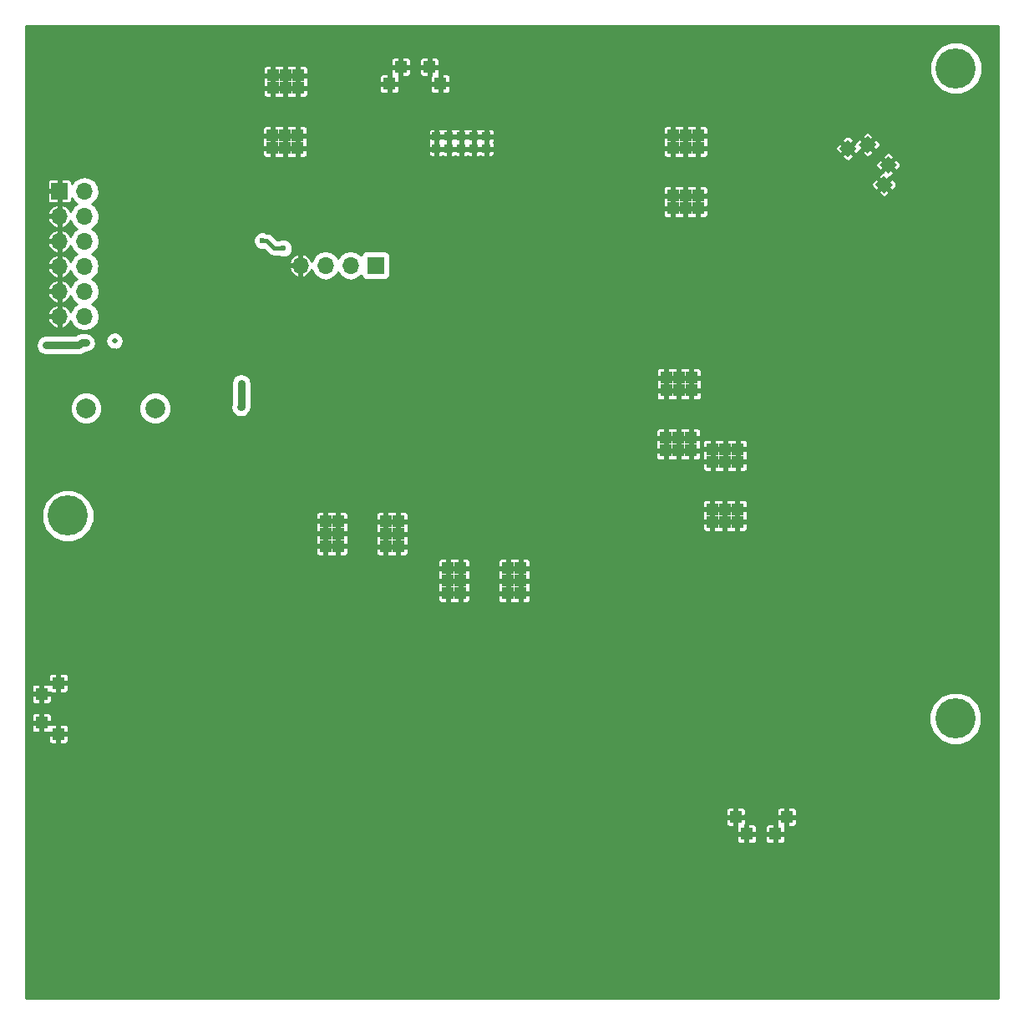
<source format=gbl>
G04 #@! TF.FileFunction,Copper,L2,Bot,Signal*
%FSLAX46Y46*%
G04 Gerber Fmt 4.6, Leading zero omitted, Abs format (unit mm)*
G04 Created by KiCad (PCBNEW 4.0.6) date 12/03/17 11:24:10*
%MOMM*%
%LPD*%
G01*
G04 APERTURE LIST*
%ADD10C,0.100000*%
%ADD11R,0.850000X0.850000*%
%ADD12C,4.064000*%
%ADD13R,1.270000X1.270000*%
%ADD14C,2.000000*%
%ADD15R,1.700000X1.700000*%
%ADD16O,1.700000X1.700000*%
%ADD17C,0.600000*%
%ADD18C,0.508000*%
%ADD19C,0.381000*%
%ADD20C,0.762000*%
%ADD21C,0.254000*%
G04 APERTURE END LIST*
D10*
D11*
X127238760Y-65095120D03*
X125968760Y-65095120D03*
X124698760Y-65095120D03*
X123428760Y-65095120D03*
X122158760Y-65095120D03*
X127238760Y-63825120D03*
X125968760Y-63825120D03*
X124698760Y-63825120D03*
X123428760Y-63825120D03*
D12*
X84805520Y-102290880D03*
X174797720Y-122834400D03*
D13*
X106847640Y-65008760D03*
X108117640Y-65008760D03*
X105577640Y-65008760D03*
X105577640Y-63738760D03*
X106847640Y-63738760D03*
X108117640Y-63738760D03*
X108143040Y-57642760D03*
X106873040Y-57642760D03*
X105603040Y-57642760D03*
X105603040Y-58912760D03*
X108143040Y-58912760D03*
X106873040Y-58912760D03*
X146739640Y-88305760D03*
X145469640Y-88305760D03*
X148009640Y-88305760D03*
X148009640Y-89575760D03*
X146739640Y-89575760D03*
X145469640Y-89575760D03*
X145444240Y-95671760D03*
X146714240Y-95671760D03*
X147984240Y-95671760D03*
X147984240Y-94401760D03*
X145444240Y-94401760D03*
X146714240Y-94401760D03*
X147416520Y-71099680D03*
X148686520Y-71099680D03*
X146146520Y-71099680D03*
X146146520Y-69829680D03*
X147416520Y-69829680D03*
X148686520Y-69829680D03*
X148711920Y-63733680D03*
X147441920Y-63733680D03*
X146171920Y-63733680D03*
X146171920Y-65003680D03*
X148711920Y-65003680D03*
X147441920Y-65003680D03*
X151455120Y-95539560D03*
X150185120Y-95539560D03*
X152725120Y-95539560D03*
X152725120Y-96809560D03*
X151455120Y-96809560D03*
X150185120Y-96809560D03*
X150159720Y-102905560D03*
X151429720Y-102905560D03*
X152699720Y-102905560D03*
X152699720Y-101635560D03*
X150159720Y-101635560D03*
X151429720Y-101635560D03*
X118310028Y-104134794D03*
X118310028Y-102864794D03*
X118310028Y-105404794D03*
X117040028Y-105404794D03*
X117040028Y-104134794D03*
X117040028Y-102864794D03*
X110944028Y-102839394D03*
X110944028Y-104109394D03*
X110944028Y-105379394D03*
X112214028Y-105379394D03*
X112214028Y-102839394D03*
X112214028Y-104109394D03*
D12*
X174828200Y-56934100D03*
D14*
X93658840Y-91399360D03*
X86658840Y-91399360D03*
D15*
X83962240Y-69390260D03*
D16*
X86502240Y-69390260D03*
X83962240Y-71930260D03*
X86502240Y-71930260D03*
X83962240Y-74470260D03*
X86502240Y-74470260D03*
X83962240Y-77010260D03*
X86502240Y-77010260D03*
X83962240Y-79550260D03*
X86502240Y-79550260D03*
X83962240Y-82090260D03*
X86502240Y-82090260D03*
D13*
X123336259Y-108863115D03*
X123336259Y-110133115D03*
X123336259Y-107593115D03*
X124606259Y-107593115D03*
X124606259Y-108863115D03*
X124606259Y-110133115D03*
X130702259Y-110158515D03*
X130702259Y-108888515D03*
X130702259Y-107618515D03*
X129432259Y-107618515D03*
X129432259Y-110158515D03*
X129432259Y-108888515D03*
X83840320Y-119239960D03*
X83840320Y-124421560D03*
X82138520Y-120357560D03*
X82138520Y-123278560D03*
D10*
G36*
X166658786Y-68720332D02*
X167556812Y-67822306D01*
X168454838Y-68720332D01*
X167556812Y-69618358D01*
X166658786Y-68720332D01*
X166658786Y-68720332D01*
G37*
G36*
X162994842Y-65056388D02*
X163892868Y-64158362D01*
X164790894Y-65056388D01*
X163892868Y-65954414D01*
X162994842Y-65056388D01*
X162994842Y-65056388D01*
G37*
G36*
X167071878Y-66726715D02*
X167969904Y-65828689D01*
X168867930Y-66726715D01*
X167969904Y-67624741D01*
X167071878Y-66726715D01*
X167071878Y-66726715D01*
G37*
G36*
X165006419Y-64661256D02*
X165904445Y-63763230D01*
X166802471Y-64661256D01*
X165904445Y-65559282D01*
X165006419Y-64661256D01*
X165006419Y-64661256D01*
G37*
D13*
X122595640Y-58506360D03*
X117414040Y-58506360D03*
X121478040Y-56804560D03*
X118557040Y-56804560D03*
X152503800Y-132831840D03*
X157685400Y-132831840D03*
X153621400Y-134533640D03*
X156542400Y-134533640D03*
D11*
X122158760Y-63825120D03*
D15*
X116027200Y-76911200D03*
D16*
X113487200Y-76911200D03*
X110947200Y-76911200D03*
X108407200Y-76911200D03*
D17*
X136702800Y-81254600D03*
X108889800Y-84607400D03*
X160477200Y-72440800D03*
X109778800Y-91922600D03*
X105156000Y-80518000D03*
X104952800Y-81991200D03*
X114350800Y-81889600D03*
X123698000Y-76708000D03*
X128270000Y-80518000D03*
X129286000Y-76073000D03*
X123317000Y-83439000D03*
X129413000Y-82296000D03*
X133004560Y-88394660D03*
X132974080Y-89664660D03*
X131668520Y-89664660D03*
X131693920Y-88394660D03*
X99512120Y-69855080D03*
X114574320Y-69834760D03*
X115498880Y-68818760D03*
X114630200Y-67894200D03*
X90698320Y-74320400D03*
X134317140Y-89664660D03*
X134306340Y-88383860D03*
X130496340Y-88383860D03*
X130507140Y-89664660D03*
X107889040Y-101594920D03*
X106934000Y-102331520D03*
X106045000Y-101544120D03*
X143911320Y-107736640D03*
X143972280Y-105816400D03*
X143088360Y-106776520D03*
X123774200Y-115620800D03*
X122438160Y-117459760D03*
X123799600Y-119400320D03*
X123784360Y-120243600D03*
X123799600Y-123926600D03*
X122453400Y-122133360D03*
X146354800Y-117378480D03*
X141061440Y-117993160D03*
X135564880Y-110840520D03*
X134609840Y-110022640D03*
X133659880Y-110891320D03*
X144607986Y-83354848D03*
X145405546Y-84320048D03*
X144607986Y-85249688D03*
X154975560Y-74096880D03*
X154965400Y-75991720D03*
X155783280Y-75051920D03*
X84455000Y-63566040D03*
X102186740Y-73974960D03*
X91683840Y-83017360D03*
X87746840Y-95082360D03*
X82793840Y-92796360D03*
X94731840Y-70063360D03*
X90566240Y-80388460D03*
X133479540Y-68894960D03*
X90439240Y-60944760D03*
X91785440Y-61274960D03*
X90388440Y-62417960D03*
X93324800Y-59648060D03*
X87622500Y-61870560D03*
X91473140Y-58886060D03*
X90162500Y-65032860D03*
X92448500Y-65744060D03*
X106680000Y-75184000D03*
X104521000Y-74422000D03*
X102336600Y-91287600D03*
X102387400Y-88849200D03*
X82570320Y-85013800D03*
X86649560Y-84734400D03*
D18*
X89598500Y-84556600D02*
X89535000Y-84556600D01*
X89611200Y-84569300D02*
X89598500Y-84556600D01*
D19*
X105707264Y-75184000D02*
X106680000Y-75184000D01*
X104521000Y-74422000D02*
X104945264Y-74422000D01*
X104945264Y-74422000D02*
X105707264Y-75184000D01*
D20*
X102387400Y-88849200D02*
X102387400Y-91236800D01*
X102387400Y-91236800D02*
X102336600Y-91287600D01*
X85945896Y-85013800D02*
X82570320Y-85013800D01*
X86649560Y-84734400D02*
X86225296Y-84734400D01*
X86225296Y-84734400D02*
X85945896Y-85013800D01*
D21*
G36*
X179125200Y-151220400D02*
X80545200Y-151220400D01*
X80545200Y-134755890D01*
X152605400Y-134755890D01*
X152605400Y-135244425D01*
X152663404Y-135384459D01*
X152770580Y-135491636D01*
X152910614Y-135549640D01*
X153399150Y-135549640D01*
X153494400Y-135454390D01*
X153494400Y-134660640D01*
X153748400Y-134660640D01*
X153748400Y-135454390D01*
X153843650Y-135549640D01*
X154332186Y-135549640D01*
X154472220Y-135491636D01*
X154579396Y-135384459D01*
X154637400Y-135244425D01*
X154637400Y-134755890D01*
X155526400Y-134755890D01*
X155526400Y-135244425D01*
X155584404Y-135384459D01*
X155691580Y-135491636D01*
X155831614Y-135549640D01*
X156320150Y-135549640D01*
X156415400Y-135454390D01*
X156415400Y-134660640D01*
X156669400Y-134660640D01*
X156669400Y-135454390D01*
X156764650Y-135549640D01*
X157253186Y-135549640D01*
X157393220Y-135491636D01*
X157500396Y-135384459D01*
X157558400Y-135244425D01*
X157558400Y-134755890D01*
X157463150Y-134660640D01*
X156669400Y-134660640D01*
X156415400Y-134660640D01*
X155621650Y-134660640D01*
X155526400Y-134755890D01*
X154637400Y-134755890D01*
X154542150Y-134660640D01*
X153748400Y-134660640D01*
X153494400Y-134660640D01*
X152700650Y-134660640D01*
X152605400Y-134755890D01*
X80545200Y-134755890D01*
X80545200Y-133054090D01*
X151487800Y-133054090D01*
X151487800Y-133542625D01*
X151545804Y-133682659D01*
X151652980Y-133789836D01*
X151793014Y-133847840D01*
X152281550Y-133847840D01*
X152306535Y-133822855D01*
X152605400Y-133822855D01*
X152605400Y-134311390D01*
X152700650Y-134406640D01*
X153494400Y-134406640D01*
X153494400Y-133612890D01*
X153748400Y-133612890D01*
X153748400Y-134406640D01*
X154542150Y-134406640D01*
X154637400Y-134311390D01*
X154637400Y-133822855D01*
X155526400Y-133822855D01*
X155526400Y-134311390D01*
X155621650Y-134406640D01*
X156415400Y-134406640D01*
X156415400Y-133612890D01*
X156320150Y-133517640D01*
X155831614Y-133517640D01*
X155691580Y-133575644D01*
X155584404Y-133682821D01*
X155526400Y-133822855D01*
X154637400Y-133822855D01*
X154579396Y-133682821D01*
X154472220Y-133575644D01*
X154332186Y-133517640D01*
X153843650Y-133517640D01*
X153748400Y-133612890D01*
X153494400Y-133612890D01*
X153491780Y-133610270D01*
X153519800Y-133542625D01*
X153519800Y-133054090D01*
X156669400Y-133054090D01*
X156669400Y-133542625D01*
X156689980Y-133592310D01*
X156669400Y-133612890D01*
X156669400Y-134406640D01*
X157463150Y-134406640D01*
X157558400Y-134311390D01*
X157558400Y-133822855D01*
X157537820Y-133773170D01*
X157558400Y-133752590D01*
X157558400Y-132958840D01*
X157812400Y-132958840D01*
X157812400Y-133752590D01*
X157907650Y-133847840D01*
X158396186Y-133847840D01*
X158536220Y-133789836D01*
X158643396Y-133682659D01*
X158701400Y-133542625D01*
X158701400Y-133054090D01*
X158606150Y-132958840D01*
X157812400Y-132958840D01*
X157558400Y-132958840D01*
X156764650Y-132958840D01*
X156669400Y-133054090D01*
X153519800Y-133054090D01*
X153424550Y-132958840D01*
X152630800Y-132958840D01*
X152630800Y-133752590D01*
X152633420Y-133755210D01*
X152605400Y-133822855D01*
X152306535Y-133822855D01*
X152376800Y-133752590D01*
X152376800Y-132958840D01*
X151583050Y-132958840D01*
X151487800Y-133054090D01*
X80545200Y-133054090D01*
X80545200Y-132121055D01*
X151487800Y-132121055D01*
X151487800Y-132609590D01*
X151583050Y-132704840D01*
X152376800Y-132704840D01*
X152376800Y-131911090D01*
X152630800Y-131911090D01*
X152630800Y-132704840D01*
X153424550Y-132704840D01*
X153519800Y-132609590D01*
X153519800Y-132121055D01*
X156669400Y-132121055D01*
X156669400Y-132609590D01*
X156764650Y-132704840D01*
X157558400Y-132704840D01*
X157558400Y-131911090D01*
X157812400Y-131911090D01*
X157812400Y-132704840D01*
X158606150Y-132704840D01*
X158701400Y-132609590D01*
X158701400Y-132121055D01*
X158643396Y-131981021D01*
X158536220Y-131873844D01*
X158396186Y-131815840D01*
X157907650Y-131815840D01*
X157812400Y-131911090D01*
X157558400Y-131911090D01*
X157463150Y-131815840D01*
X156974614Y-131815840D01*
X156834580Y-131873844D01*
X156727404Y-131981021D01*
X156669400Y-132121055D01*
X153519800Y-132121055D01*
X153461796Y-131981021D01*
X153354620Y-131873844D01*
X153214586Y-131815840D01*
X152726050Y-131815840D01*
X152630800Y-131911090D01*
X152376800Y-131911090D01*
X152281550Y-131815840D01*
X151793014Y-131815840D01*
X151652980Y-131873844D01*
X151545804Y-131981021D01*
X151487800Y-132121055D01*
X80545200Y-132121055D01*
X80545200Y-124643810D01*
X82824320Y-124643810D01*
X82824320Y-125132346D01*
X82882324Y-125272380D01*
X82989501Y-125379556D01*
X83129535Y-125437560D01*
X83618070Y-125437560D01*
X83713320Y-125342310D01*
X83713320Y-124548560D01*
X83967320Y-124548560D01*
X83967320Y-125342310D01*
X84062570Y-125437560D01*
X84551105Y-125437560D01*
X84691139Y-125379556D01*
X84798316Y-125272380D01*
X84856320Y-125132346D01*
X84856320Y-124643810D01*
X84761070Y-124548560D01*
X83967320Y-124548560D01*
X83713320Y-124548560D01*
X82919570Y-124548560D01*
X82824320Y-124643810D01*
X80545200Y-124643810D01*
X80545200Y-123500810D01*
X81122520Y-123500810D01*
X81122520Y-123989346D01*
X81180524Y-124129380D01*
X81287701Y-124236556D01*
X81427735Y-124294560D01*
X81916270Y-124294560D01*
X82011520Y-124199310D01*
X82011520Y-123405560D01*
X82265520Y-123405560D01*
X82265520Y-124199310D01*
X82360770Y-124294560D01*
X82849305Y-124294560D01*
X82898990Y-124273980D01*
X82919570Y-124294560D01*
X83713320Y-124294560D01*
X83713320Y-123500810D01*
X83967320Y-123500810D01*
X83967320Y-124294560D01*
X84761070Y-124294560D01*
X84856320Y-124199310D01*
X84856320Y-123710774D01*
X84798316Y-123570740D01*
X84691139Y-123463564D01*
X84551105Y-123405560D01*
X84062570Y-123405560D01*
X83967320Y-123500810D01*
X83713320Y-123500810D01*
X83618070Y-123405560D01*
X83129535Y-123405560D01*
X83079850Y-123426140D01*
X83059270Y-123405560D01*
X82265520Y-123405560D01*
X82011520Y-123405560D01*
X81217770Y-123405560D01*
X81122520Y-123500810D01*
X80545200Y-123500810D01*
X80545200Y-123362572D01*
X172130258Y-123362572D01*
X172535429Y-124343161D01*
X173285013Y-125094055D01*
X174264893Y-125500936D01*
X175325892Y-125501862D01*
X176306481Y-125096691D01*
X177057375Y-124347107D01*
X177464256Y-123367227D01*
X177465182Y-122306228D01*
X177060011Y-121325639D01*
X176310427Y-120574745D01*
X175330547Y-120167864D01*
X174269548Y-120166938D01*
X173288959Y-120572109D01*
X172538065Y-121321693D01*
X172131184Y-122301573D01*
X172130258Y-123362572D01*
X80545200Y-123362572D01*
X80545200Y-122567774D01*
X81122520Y-122567774D01*
X81122520Y-123056310D01*
X81217770Y-123151560D01*
X82011520Y-123151560D01*
X82011520Y-122357810D01*
X82265520Y-122357810D01*
X82265520Y-123151560D01*
X83059270Y-123151560D01*
X83154520Y-123056310D01*
X83154520Y-122567774D01*
X83096516Y-122427740D01*
X82989339Y-122320564D01*
X82849305Y-122262560D01*
X82360770Y-122262560D01*
X82265520Y-122357810D01*
X82011520Y-122357810D01*
X81916270Y-122262560D01*
X81427735Y-122262560D01*
X81287701Y-122320564D01*
X81180524Y-122427740D01*
X81122520Y-122567774D01*
X80545200Y-122567774D01*
X80545200Y-120579810D01*
X81122520Y-120579810D01*
X81122520Y-121068346D01*
X81180524Y-121208380D01*
X81287701Y-121315556D01*
X81427735Y-121373560D01*
X81916270Y-121373560D01*
X82011520Y-121278310D01*
X82011520Y-120484560D01*
X82265520Y-120484560D01*
X82265520Y-121278310D01*
X82360770Y-121373560D01*
X82849305Y-121373560D01*
X82989339Y-121315556D01*
X83096516Y-121208380D01*
X83154520Y-121068346D01*
X83154520Y-120579810D01*
X83059270Y-120484560D01*
X82265520Y-120484560D01*
X82011520Y-120484560D01*
X81217770Y-120484560D01*
X81122520Y-120579810D01*
X80545200Y-120579810D01*
X80545200Y-119646774D01*
X81122520Y-119646774D01*
X81122520Y-120135310D01*
X81217770Y-120230560D01*
X82011520Y-120230560D01*
X82011520Y-119436810D01*
X82265520Y-119436810D01*
X82265520Y-120230560D01*
X83059270Y-120230560D01*
X83061890Y-120227940D01*
X83129535Y-120255960D01*
X83618070Y-120255960D01*
X83713320Y-120160710D01*
X83713320Y-119366960D01*
X83967320Y-119366960D01*
X83967320Y-120160710D01*
X84062570Y-120255960D01*
X84551105Y-120255960D01*
X84691139Y-120197956D01*
X84798316Y-120090780D01*
X84856320Y-119950746D01*
X84856320Y-119462210D01*
X84761070Y-119366960D01*
X83967320Y-119366960D01*
X83713320Y-119366960D01*
X82919570Y-119366960D01*
X82916950Y-119369580D01*
X82849305Y-119341560D01*
X82360770Y-119341560D01*
X82265520Y-119436810D01*
X82011520Y-119436810D01*
X81916270Y-119341560D01*
X81427735Y-119341560D01*
X81287701Y-119399564D01*
X81180524Y-119506740D01*
X81122520Y-119646774D01*
X80545200Y-119646774D01*
X80545200Y-118529174D01*
X82824320Y-118529174D01*
X82824320Y-119017710D01*
X82919570Y-119112960D01*
X83713320Y-119112960D01*
X83713320Y-118319210D01*
X83967320Y-118319210D01*
X83967320Y-119112960D01*
X84761070Y-119112960D01*
X84856320Y-119017710D01*
X84856320Y-118529174D01*
X84798316Y-118389140D01*
X84691139Y-118281964D01*
X84551105Y-118223960D01*
X84062570Y-118223960D01*
X83967320Y-118319210D01*
X83713320Y-118319210D01*
X83618070Y-118223960D01*
X83129535Y-118223960D01*
X82989501Y-118281964D01*
X82882324Y-118389140D01*
X82824320Y-118529174D01*
X80545200Y-118529174D01*
X80545200Y-110355365D01*
X122320259Y-110355365D01*
X122320259Y-110843901D01*
X122378263Y-110983935D01*
X122485440Y-111091111D01*
X122625474Y-111149115D01*
X123114009Y-111149115D01*
X123209259Y-111053865D01*
X123209259Y-110260115D01*
X123463259Y-110260115D01*
X123463259Y-111053865D01*
X123558509Y-111149115D01*
X124384009Y-111149115D01*
X124479259Y-111053865D01*
X124479259Y-110260115D01*
X124733259Y-110260115D01*
X124733259Y-111053865D01*
X124828509Y-111149115D01*
X125317044Y-111149115D01*
X125457078Y-111091111D01*
X125564255Y-110983935D01*
X125622259Y-110843901D01*
X125622259Y-110380765D01*
X128416259Y-110380765D01*
X128416259Y-110869301D01*
X128474263Y-111009335D01*
X128581440Y-111116511D01*
X128721474Y-111174515D01*
X129210009Y-111174515D01*
X129305259Y-111079265D01*
X129305259Y-110285515D01*
X129559259Y-110285515D01*
X129559259Y-111079265D01*
X129654509Y-111174515D01*
X130480009Y-111174515D01*
X130575259Y-111079265D01*
X130575259Y-110285515D01*
X130829259Y-110285515D01*
X130829259Y-111079265D01*
X130924509Y-111174515D01*
X131413044Y-111174515D01*
X131553078Y-111116511D01*
X131660255Y-111009335D01*
X131718259Y-110869301D01*
X131718259Y-110380765D01*
X131623009Y-110285515D01*
X130829259Y-110285515D01*
X130575259Y-110285515D01*
X129559259Y-110285515D01*
X129305259Y-110285515D01*
X128511509Y-110285515D01*
X128416259Y-110380765D01*
X125622259Y-110380765D01*
X125622259Y-110355365D01*
X125527009Y-110260115D01*
X124733259Y-110260115D01*
X124479259Y-110260115D01*
X123463259Y-110260115D01*
X123209259Y-110260115D01*
X122415509Y-110260115D01*
X122320259Y-110355365D01*
X80545200Y-110355365D01*
X80545200Y-109085365D01*
X122320259Y-109085365D01*
X122320259Y-109910865D01*
X122415509Y-110006115D01*
X123209259Y-110006115D01*
X123209259Y-108990115D01*
X123463259Y-108990115D01*
X123463259Y-110006115D01*
X124479259Y-110006115D01*
X124479259Y-108990115D01*
X124733259Y-108990115D01*
X124733259Y-110006115D01*
X125527009Y-110006115D01*
X125622259Y-109910865D01*
X125622259Y-109110765D01*
X128416259Y-109110765D01*
X128416259Y-109936265D01*
X128511509Y-110031515D01*
X129305259Y-110031515D01*
X129305259Y-109015515D01*
X129559259Y-109015515D01*
X129559259Y-110031515D01*
X130575259Y-110031515D01*
X130575259Y-109015515D01*
X130829259Y-109015515D01*
X130829259Y-110031515D01*
X131623009Y-110031515D01*
X131718259Y-109936265D01*
X131718259Y-109110765D01*
X131623009Y-109015515D01*
X130829259Y-109015515D01*
X130575259Y-109015515D01*
X129559259Y-109015515D01*
X129305259Y-109015515D01*
X128511509Y-109015515D01*
X128416259Y-109110765D01*
X125622259Y-109110765D01*
X125622259Y-109085365D01*
X125527009Y-108990115D01*
X124733259Y-108990115D01*
X124479259Y-108990115D01*
X123463259Y-108990115D01*
X123209259Y-108990115D01*
X122415509Y-108990115D01*
X122320259Y-109085365D01*
X80545200Y-109085365D01*
X80545200Y-107815365D01*
X122320259Y-107815365D01*
X122320259Y-108640865D01*
X122415509Y-108736115D01*
X123209259Y-108736115D01*
X123209259Y-107720115D01*
X123463259Y-107720115D01*
X123463259Y-108736115D01*
X124479259Y-108736115D01*
X124479259Y-107720115D01*
X124733259Y-107720115D01*
X124733259Y-108736115D01*
X125527009Y-108736115D01*
X125622259Y-108640865D01*
X125622259Y-107840765D01*
X128416259Y-107840765D01*
X128416259Y-108666265D01*
X128511509Y-108761515D01*
X129305259Y-108761515D01*
X129305259Y-107745515D01*
X129559259Y-107745515D01*
X129559259Y-108761515D01*
X130575259Y-108761515D01*
X130575259Y-107745515D01*
X130829259Y-107745515D01*
X130829259Y-108761515D01*
X131623009Y-108761515D01*
X131718259Y-108666265D01*
X131718259Y-107840765D01*
X131623009Y-107745515D01*
X130829259Y-107745515D01*
X130575259Y-107745515D01*
X129559259Y-107745515D01*
X129305259Y-107745515D01*
X128511509Y-107745515D01*
X128416259Y-107840765D01*
X125622259Y-107840765D01*
X125622259Y-107815365D01*
X125527009Y-107720115D01*
X124733259Y-107720115D01*
X124479259Y-107720115D01*
X123463259Y-107720115D01*
X123209259Y-107720115D01*
X122415509Y-107720115D01*
X122320259Y-107815365D01*
X80545200Y-107815365D01*
X80545200Y-106882329D01*
X122320259Y-106882329D01*
X122320259Y-107370865D01*
X122415509Y-107466115D01*
X123209259Y-107466115D01*
X123209259Y-106672365D01*
X123463259Y-106672365D01*
X123463259Y-107466115D01*
X124479259Y-107466115D01*
X124479259Y-106672365D01*
X124733259Y-106672365D01*
X124733259Y-107466115D01*
X125527009Y-107466115D01*
X125622259Y-107370865D01*
X125622259Y-106907729D01*
X128416259Y-106907729D01*
X128416259Y-107396265D01*
X128511509Y-107491515D01*
X129305259Y-107491515D01*
X129305259Y-106697765D01*
X129559259Y-106697765D01*
X129559259Y-107491515D01*
X130575259Y-107491515D01*
X130575259Y-106697765D01*
X130829259Y-106697765D01*
X130829259Y-107491515D01*
X131623009Y-107491515D01*
X131718259Y-107396265D01*
X131718259Y-106907729D01*
X131660255Y-106767695D01*
X131553078Y-106660519D01*
X131413044Y-106602515D01*
X130924509Y-106602515D01*
X130829259Y-106697765D01*
X130575259Y-106697765D01*
X130480009Y-106602515D01*
X129654509Y-106602515D01*
X129559259Y-106697765D01*
X129305259Y-106697765D01*
X129210009Y-106602515D01*
X128721474Y-106602515D01*
X128581440Y-106660519D01*
X128474263Y-106767695D01*
X128416259Y-106907729D01*
X125622259Y-106907729D01*
X125622259Y-106882329D01*
X125564255Y-106742295D01*
X125457078Y-106635119D01*
X125317044Y-106577115D01*
X124828509Y-106577115D01*
X124733259Y-106672365D01*
X124479259Y-106672365D01*
X124384009Y-106577115D01*
X123558509Y-106577115D01*
X123463259Y-106672365D01*
X123209259Y-106672365D01*
X123114009Y-106577115D01*
X122625474Y-106577115D01*
X122485440Y-106635119D01*
X122378263Y-106742295D01*
X122320259Y-106882329D01*
X80545200Y-106882329D01*
X80545200Y-105601644D01*
X109928028Y-105601644D01*
X109928028Y-106090180D01*
X109986032Y-106230214D01*
X110093209Y-106337390D01*
X110233243Y-106395394D01*
X110721778Y-106395394D01*
X110817028Y-106300144D01*
X110817028Y-105506394D01*
X111071028Y-105506394D01*
X111071028Y-106300144D01*
X111166278Y-106395394D01*
X111991778Y-106395394D01*
X112087028Y-106300144D01*
X112087028Y-105506394D01*
X112341028Y-105506394D01*
X112341028Y-106300144D01*
X112436278Y-106395394D01*
X112924813Y-106395394D01*
X113064847Y-106337390D01*
X113172024Y-106230214D01*
X113230028Y-106090180D01*
X113230028Y-105627044D01*
X116024028Y-105627044D01*
X116024028Y-106115580D01*
X116082032Y-106255614D01*
X116189209Y-106362790D01*
X116329243Y-106420794D01*
X116817778Y-106420794D01*
X116913028Y-106325544D01*
X116913028Y-105531794D01*
X117167028Y-105531794D01*
X117167028Y-106325544D01*
X117262278Y-106420794D01*
X118087778Y-106420794D01*
X118183028Y-106325544D01*
X118183028Y-105531794D01*
X118437028Y-105531794D01*
X118437028Y-106325544D01*
X118532278Y-106420794D01*
X119020813Y-106420794D01*
X119160847Y-106362790D01*
X119268024Y-106255614D01*
X119326028Y-106115580D01*
X119326028Y-105627044D01*
X119230778Y-105531794D01*
X118437028Y-105531794D01*
X118183028Y-105531794D01*
X117167028Y-105531794D01*
X116913028Y-105531794D01*
X116119278Y-105531794D01*
X116024028Y-105627044D01*
X113230028Y-105627044D01*
X113230028Y-105601644D01*
X113134778Y-105506394D01*
X112341028Y-105506394D01*
X112087028Y-105506394D01*
X111071028Y-105506394D01*
X110817028Y-105506394D01*
X110023278Y-105506394D01*
X109928028Y-105601644D01*
X80545200Y-105601644D01*
X80545200Y-102819052D01*
X82138058Y-102819052D01*
X82543229Y-103799641D01*
X83292813Y-104550535D01*
X84272693Y-104957416D01*
X85333692Y-104958342D01*
X86314281Y-104553171D01*
X86536195Y-104331644D01*
X109928028Y-104331644D01*
X109928028Y-105157144D01*
X110023278Y-105252394D01*
X110817028Y-105252394D01*
X110817028Y-104236394D01*
X111071028Y-104236394D01*
X111071028Y-105252394D01*
X112087028Y-105252394D01*
X112087028Y-104236394D01*
X112341028Y-104236394D01*
X112341028Y-105252394D01*
X113134778Y-105252394D01*
X113230028Y-105157144D01*
X113230028Y-104357044D01*
X116024028Y-104357044D01*
X116024028Y-105182544D01*
X116119278Y-105277794D01*
X116913028Y-105277794D01*
X116913028Y-104261794D01*
X117167028Y-104261794D01*
X117167028Y-105277794D01*
X118183028Y-105277794D01*
X118183028Y-104261794D01*
X118437028Y-104261794D01*
X118437028Y-105277794D01*
X119230778Y-105277794D01*
X119326028Y-105182544D01*
X119326028Y-104357044D01*
X119230778Y-104261794D01*
X118437028Y-104261794D01*
X118183028Y-104261794D01*
X117167028Y-104261794D01*
X116913028Y-104261794D01*
X116119278Y-104261794D01*
X116024028Y-104357044D01*
X113230028Y-104357044D01*
X113230028Y-104331644D01*
X113134778Y-104236394D01*
X112341028Y-104236394D01*
X112087028Y-104236394D01*
X111071028Y-104236394D01*
X110817028Y-104236394D01*
X110023278Y-104236394D01*
X109928028Y-104331644D01*
X86536195Y-104331644D01*
X87065175Y-103803587D01*
X87373256Y-103061644D01*
X109928028Y-103061644D01*
X109928028Y-103887144D01*
X110023278Y-103982394D01*
X110817028Y-103982394D01*
X110817028Y-102966394D01*
X111071028Y-102966394D01*
X111071028Y-103982394D01*
X112087028Y-103982394D01*
X112087028Y-102966394D01*
X112341028Y-102966394D01*
X112341028Y-103982394D01*
X113134778Y-103982394D01*
X113230028Y-103887144D01*
X113230028Y-103087044D01*
X116024028Y-103087044D01*
X116024028Y-103912544D01*
X116119278Y-104007794D01*
X116913028Y-104007794D01*
X116913028Y-102991794D01*
X117167028Y-102991794D01*
X117167028Y-104007794D01*
X118183028Y-104007794D01*
X118183028Y-102991794D01*
X118437028Y-102991794D01*
X118437028Y-104007794D01*
X119230778Y-104007794D01*
X119326028Y-103912544D01*
X119326028Y-103127810D01*
X149143720Y-103127810D01*
X149143720Y-103616345D01*
X149201724Y-103756379D01*
X149308900Y-103863556D01*
X149448934Y-103921560D01*
X149937470Y-103921560D01*
X150032720Y-103826310D01*
X150032720Y-103032560D01*
X150286720Y-103032560D01*
X150286720Y-103826310D01*
X150381970Y-103921560D01*
X151207470Y-103921560D01*
X151302720Y-103826310D01*
X151302720Y-103032560D01*
X151556720Y-103032560D01*
X151556720Y-103826310D01*
X151651970Y-103921560D01*
X152477470Y-103921560D01*
X152572720Y-103826310D01*
X152572720Y-103032560D01*
X152826720Y-103032560D01*
X152826720Y-103826310D01*
X152921970Y-103921560D01*
X153410506Y-103921560D01*
X153550540Y-103863556D01*
X153657716Y-103756379D01*
X153715720Y-103616345D01*
X153715720Y-103127810D01*
X153620470Y-103032560D01*
X152826720Y-103032560D01*
X152572720Y-103032560D01*
X151556720Y-103032560D01*
X151302720Y-103032560D01*
X150286720Y-103032560D01*
X150032720Y-103032560D01*
X149238970Y-103032560D01*
X149143720Y-103127810D01*
X119326028Y-103127810D01*
X119326028Y-103087044D01*
X119230778Y-102991794D01*
X118437028Y-102991794D01*
X118183028Y-102991794D01*
X117167028Y-102991794D01*
X116913028Y-102991794D01*
X116119278Y-102991794D01*
X116024028Y-103087044D01*
X113230028Y-103087044D01*
X113230028Y-103061644D01*
X113134778Y-102966394D01*
X112341028Y-102966394D01*
X112087028Y-102966394D01*
X111071028Y-102966394D01*
X110817028Y-102966394D01*
X110023278Y-102966394D01*
X109928028Y-103061644D01*
X87373256Y-103061644D01*
X87472056Y-102823707D01*
X87472662Y-102128608D01*
X109928028Y-102128608D01*
X109928028Y-102617144D01*
X110023278Y-102712394D01*
X110817028Y-102712394D01*
X110817028Y-101918644D01*
X111071028Y-101918644D01*
X111071028Y-102712394D01*
X112087028Y-102712394D01*
X112087028Y-101918644D01*
X112341028Y-101918644D01*
X112341028Y-102712394D01*
X113134778Y-102712394D01*
X113230028Y-102617144D01*
X113230028Y-102154008D01*
X116024028Y-102154008D01*
X116024028Y-102642544D01*
X116119278Y-102737794D01*
X116913028Y-102737794D01*
X116913028Y-101944044D01*
X117167028Y-101944044D01*
X117167028Y-102737794D01*
X118183028Y-102737794D01*
X118183028Y-101944044D01*
X118437028Y-101944044D01*
X118437028Y-102737794D01*
X119230778Y-102737794D01*
X119326028Y-102642544D01*
X119326028Y-102154008D01*
X119268024Y-102013974D01*
X119160847Y-101906798D01*
X119042580Y-101857810D01*
X149143720Y-101857810D01*
X149143720Y-102683310D01*
X149238970Y-102778560D01*
X150032720Y-102778560D01*
X150032720Y-101762560D01*
X150286720Y-101762560D01*
X150286720Y-102778560D01*
X151302720Y-102778560D01*
X151302720Y-101762560D01*
X151556720Y-101762560D01*
X151556720Y-102778560D01*
X152572720Y-102778560D01*
X152572720Y-101762560D01*
X152826720Y-101762560D01*
X152826720Y-102778560D01*
X153620470Y-102778560D01*
X153715720Y-102683310D01*
X153715720Y-101857810D01*
X153620470Y-101762560D01*
X152826720Y-101762560D01*
X152572720Y-101762560D01*
X151556720Y-101762560D01*
X151302720Y-101762560D01*
X150286720Y-101762560D01*
X150032720Y-101762560D01*
X149238970Y-101762560D01*
X149143720Y-101857810D01*
X119042580Y-101857810D01*
X119020813Y-101848794D01*
X118532278Y-101848794D01*
X118437028Y-101944044D01*
X118183028Y-101944044D01*
X118087778Y-101848794D01*
X117262278Y-101848794D01*
X117167028Y-101944044D01*
X116913028Y-101944044D01*
X116817778Y-101848794D01*
X116329243Y-101848794D01*
X116189209Y-101906798D01*
X116082032Y-102013974D01*
X116024028Y-102154008D01*
X113230028Y-102154008D01*
X113230028Y-102128608D01*
X113172024Y-101988574D01*
X113064847Y-101881398D01*
X112924813Y-101823394D01*
X112436278Y-101823394D01*
X112341028Y-101918644D01*
X112087028Y-101918644D01*
X111991778Y-101823394D01*
X111166278Y-101823394D01*
X111071028Y-101918644D01*
X110817028Y-101918644D01*
X110721778Y-101823394D01*
X110233243Y-101823394D01*
X110093209Y-101881398D01*
X109986032Y-101988574D01*
X109928028Y-102128608D01*
X87472662Y-102128608D01*
X87472982Y-101762708D01*
X87126756Y-100924775D01*
X149143720Y-100924775D01*
X149143720Y-101413310D01*
X149238970Y-101508560D01*
X150032720Y-101508560D01*
X150032720Y-100714810D01*
X150286720Y-100714810D01*
X150286720Y-101508560D01*
X151302720Y-101508560D01*
X151302720Y-100714810D01*
X151556720Y-100714810D01*
X151556720Y-101508560D01*
X152572720Y-101508560D01*
X152572720Y-100714810D01*
X152826720Y-100714810D01*
X152826720Y-101508560D01*
X153620470Y-101508560D01*
X153715720Y-101413310D01*
X153715720Y-100924775D01*
X153657716Y-100784741D01*
X153550540Y-100677564D01*
X153410506Y-100619560D01*
X152921970Y-100619560D01*
X152826720Y-100714810D01*
X152572720Y-100714810D01*
X152477470Y-100619560D01*
X151651970Y-100619560D01*
X151556720Y-100714810D01*
X151302720Y-100714810D01*
X151207470Y-100619560D01*
X150381970Y-100619560D01*
X150286720Y-100714810D01*
X150032720Y-100714810D01*
X149937470Y-100619560D01*
X149448934Y-100619560D01*
X149308900Y-100677564D01*
X149201724Y-100784741D01*
X149143720Y-100924775D01*
X87126756Y-100924775D01*
X87067811Y-100782119D01*
X86318227Y-100031225D01*
X85338347Y-99624344D01*
X84277348Y-99623418D01*
X83296759Y-100028589D01*
X82545865Y-100778173D01*
X82138984Y-101758053D01*
X82138058Y-102819052D01*
X80545200Y-102819052D01*
X80545200Y-97031810D01*
X149169120Y-97031810D01*
X149169120Y-97520345D01*
X149227124Y-97660379D01*
X149334300Y-97767556D01*
X149474334Y-97825560D01*
X149962870Y-97825560D01*
X150058120Y-97730310D01*
X150058120Y-96936560D01*
X150312120Y-96936560D01*
X150312120Y-97730310D01*
X150407370Y-97825560D01*
X151232870Y-97825560D01*
X151328120Y-97730310D01*
X151328120Y-96936560D01*
X151582120Y-96936560D01*
X151582120Y-97730310D01*
X151677370Y-97825560D01*
X152502870Y-97825560D01*
X152598120Y-97730310D01*
X152598120Y-96936560D01*
X152852120Y-96936560D01*
X152852120Y-97730310D01*
X152947370Y-97825560D01*
X153435906Y-97825560D01*
X153575940Y-97767556D01*
X153683116Y-97660379D01*
X153741120Y-97520345D01*
X153741120Y-97031810D01*
X153645870Y-96936560D01*
X152852120Y-96936560D01*
X152598120Y-96936560D01*
X151582120Y-96936560D01*
X151328120Y-96936560D01*
X150312120Y-96936560D01*
X150058120Y-96936560D01*
X149264370Y-96936560D01*
X149169120Y-97031810D01*
X80545200Y-97031810D01*
X80545200Y-95894010D01*
X144428240Y-95894010D01*
X144428240Y-96382545D01*
X144486244Y-96522579D01*
X144593420Y-96629756D01*
X144733454Y-96687760D01*
X145221990Y-96687760D01*
X145317240Y-96592510D01*
X145317240Y-95798760D01*
X145571240Y-95798760D01*
X145571240Y-96592510D01*
X145666490Y-96687760D01*
X146491990Y-96687760D01*
X146587240Y-96592510D01*
X146587240Y-95798760D01*
X146841240Y-95798760D01*
X146841240Y-96592510D01*
X146936490Y-96687760D01*
X147761990Y-96687760D01*
X147857240Y-96592510D01*
X147857240Y-95798760D01*
X148111240Y-95798760D01*
X148111240Y-96592510D01*
X148206490Y-96687760D01*
X148695026Y-96687760D01*
X148835060Y-96629756D01*
X148942236Y-96522579D01*
X149000240Y-96382545D01*
X149000240Y-95894010D01*
X148904990Y-95798760D01*
X148111240Y-95798760D01*
X147857240Y-95798760D01*
X146841240Y-95798760D01*
X146587240Y-95798760D01*
X145571240Y-95798760D01*
X145317240Y-95798760D01*
X144523490Y-95798760D01*
X144428240Y-95894010D01*
X80545200Y-95894010D01*
X80545200Y-95761810D01*
X149169120Y-95761810D01*
X149169120Y-96587310D01*
X149264370Y-96682560D01*
X150058120Y-96682560D01*
X150058120Y-95666560D01*
X150312120Y-95666560D01*
X150312120Y-96682560D01*
X151328120Y-96682560D01*
X151328120Y-95666560D01*
X151582120Y-95666560D01*
X151582120Y-96682560D01*
X152598120Y-96682560D01*
X152598120Y-95666560D01*
X152852120Y-95666560D01*
X152852120Y-96682560D01*
X153645870Y-96682560D01*
X153741120Y-96587310D01*
X153741120Y-95761810D01*
X153645870Y-95666560D01*
X152852120Y-95666560D01*
X152598120Y-95666560D01*
X151582120Y-95666560D01*
X151328120Y-95666560D01*
X150312120Y-95666560D01*
X150058120Y-95666560D01*
X149264370Y-95666560D01*
X149169120Y-95761810D01*
X80545200Y-95761810D01*
X80545200Y-94624010D01*
X144428240Y-94624010D01*
X144428240Y-95449510D01*
X144523490Y-95544760D01*
X145317240Y-95544760D01*
X145317240Y-94528760D01*
X145571240Y-94528760D01*
X145571240Y-95544760D01*
X146587240Y-95544760D01*
X146587240Y-94528760D01*
X146841240Y-94528760D01*
X146841240Y-95544760D01*
X147857240Y-95544760D01*
X147857240Y-94528760D01*
X148111240Y-94528760D01*
X148111240Y-95544760D01*
X148904990Y-95544760D01*
X149000240Y-95449510D01*
X149000240Y-94828775D01*
X149169120Y-94828775D01*
X149169120Y-95317310D01*
X149264370Y-95412560D01*
X150058120Y-95412560D01*
X150058120Y-94618810D01*
X150312120Y-94618810D01*
X150312120Y-95412560D01*
X151328120Y-95412560D01*
X151328120Y-94618810D01*
X151582120Y-94618810D01*
X151582120Y-95412560D01*
X152598120Y-95412560D01*
X152598120Y-94618810D01*
X152852120Y-94618810D01*
X152852120Y-95412560D01*
X153645870Y-95412560D01*
X153741120Y-95317310D01*
X153741120Y-94828775D01*
X153683116Y-94688741D01*
X153575940Y-94581564D01*
X153435906Y-94523560D01*
X152947370Y-94523560D01*
X152852120Y-94618810D01*
X152598120Y-94618810D01*
X152502870Y-94523560D01*
X151677370Y-94523560D01*
X151582120Y-94618810D01*
X151328120Y-94618810D01*
X151232870Y-94523560D01*
X150407370Y-94523560D01*
X150312120Y-94618810D01*
X150058120Y-94618810D01*
X149962870Y-94523560D01*
X149474334Y-94523560D01*
X149334300Y-94581564D01*
X149227124Y-94688741D01*
X149169120Y-94828775D01*
X149000240Y-94828775D01*
X149000240Y-94624010D01*
X148904990Y-94528760D01*
X148111240Y-94528760D01*
X147857240Y-94528760D01*
X146841240Y-94528760D01*
X146587240Y-94528760D01*
X145571240Y-94528760D01*
X145317240Y-94528760D01*
X144523490Y-94528760D01*
X144428240Y-94624010D01*
X80545200Y-94624010D01*
X80545200Y-93690975D01*
X144428240Y-93690975D01*
X144428240Y-94179510D01*
X144523490Y-94274760D01*
X145317240Y-94274760D01*
X145317240Y-93481010D01*
X145571240Y-93481010D01*
X145571240Y-94274760D01*
X146587240Y-94274760D01*
X146587240Y-93481010D01*
X146841240Y-93481010D01*
X146841240Y-94274760D01*
X147857240Y-94274760D01*
X147857240Y-93481010D01*
X148111240Y-93481010D01*
X148111240Y-94274760D01*
X148904990Y-94274760D01*
X149000240Y-94179510D01*
X149000240Y-93690975D01*
X148942236Y-93550941D01*
X148835060Y-93443764D01*
X148695026Y-93385760D01*
X148206490Y-93385760D01*
X148111240Y-93481010D01*
X147857240Y-93481010D01*
X147761990Y-93385760D01*
X146936490Y-93385760D01*
X146841240Y-93481010D01*
X146587240Y-93481010D01*
X146491990Y-93385760D01*
X145666490Y-93385760D01*
X145571240Y-93481010D01*
X145317240Y-93481010D01*
X145221990Y-93385760D01*
X144733454Y-93385760D01*
X144593420Y-93443764D01*
X144486244Y-93550941D01*
X144428240Y-93690975D01*
X80545200Y-93690975D01*
X80545200Y-91723155D01*
X85023556Y-91723155D01*
X85271946Y-92324303D01*
X85731477Y-92784638D01*
X86332192Y-93034076D01*
X86982635Y-93034644D01*
X87583783Y-92786254D01*
X88044118Y-92326723D01*
X88293556Y-91726008D01*
X88293558Y-91723155D01*
X92023556Y-91723155D01*
X92271946Y-92324303D01*
X92731477Y-92784638D01*
X93332192Y-93034076D01*
X93982635Y-93034644D01*
X94583783Y-92786254D01*
X95044118Y-92326723D01*
X95293556Y-91726008D01*
X95293938Y-91287600D01*
X101320601Y-91287600D01*
X101397938Y-91676407D01*
X101618180Y-92006020D01*
X101947793Y-92226262D01*
X102336600Y-92303599D01*
X102725407Y-92226262D01*
X103055020Y-92006020D01*
X103105820Y-91955221D01*
X103326062Y-91625607D01*
X103356463Y-91472767D01*
X103403400Y-91236800D01*
X103403400Y-89798010D01*
X144453640Y-89798010D01*
X144453640Y-90286545D01*
X144511644Y-90426579D01*
X144618820Y-90533756D01*
X144758854Y-90591760D01*
X145247390Y-90591760D01*
X145342640Y-90496510D01*
X145342640Y-89702760D01*
X145596640Y-89702760D01*
X145596640Y-90496510D01*
X145691890Y-90591760D01*
X146517390Y-90591760D01*
X146612640Y-90496510D01*
X146612640Y-89702760D01*
X146866640Y-89702760D01*
X146866640Y-90496510D01*
X146961890Y-90591760D01*
X147787390Y-90591760D01*
X147882640Y-90496510D01*
X147882640Y-89702760D01*
X148136640Y-89702760D01*
X148136640Y-90496510D01*
X148231890Y-90591760D01*
X148720426Y-90591760D01*
X148860460Y-90533756D01*
X148967636Y-90426579D01*
X149025640Y-90286545D01*
X149025640Y-89798010D01*
X148930390Y-89702760D01*
X148136640Y-89702760D01*
X147882640Y-89702760D01*
X146866640Y-89702760D01*
X146612640Y-89702760D01*
X145596640Y-89702760D01*
X145342640Y-89702760D01*
X144548890Y-89702760D01*
X144453640Y-89798010D01*
X103403400Y-89798010D01*
X103403400Y-88849200D01*
X103339512Y-88528010D01*
X144453640Y-88528010D01*
X144453640Y-89353510D01*
X144548890Y-89448760D01*
X145342640Y-89448760D01*
X145342640Y-88432760D01*
X145596640Y-88432760D01*
X145596640Y-89448760D01*
X146612640Y-89448760D01*
X146612640Y-88432760D01*
X146866640Y-88432760D01*
X146866640Y-89448760D01*
X147882640Y-89448760D01*
X147882640Y-88432760D01*
X148136640Y-88432760D01*
X148136640Y-89448760D01*
X148930390Y-89448760D01*
X149025640Y-89353510D01*
X149025640Y-88528010D01*
X148930390Y-88432760D01*
X148136640Y-88432760D01*
X147882640Y-88432760D01*
X146866640Y-88432760D01*
X146612640Y-88432760D01*
X145596640Y-88432760D01*
X145342640Y-88432760D01*
X144548890Y-88432760D01*
X144453640Y-88528010D01*
X103339512Y-88528010D01*
X103326062Y-88460394D01*
X103105820Y-88130780D01*
X102776206Y-87910538D01*
X102387400Y-87833200D01*
X101998594Y-87910538D01*
X101668980Y-88130780D01*
X101448738Y-88460394D01*
X101371400Y-88849200D01*
X101371400Y-91032211D01*
X101320601Y-91287600D01*
X95293938Y-91287600D01*
X95294124Y-91075565D01*
X95045734Y-90474417D01*
X94586203Y-90014082D01*
X93985488Y-89764644D01*
X93335045Y-89764076D01*
X92733897Y-90012466D01*
X92273562Y-90471997D01*
X92024124Y-91072712D01*
X92023556Y-91723155D01*
X88293558Y-91723155D01*
X88294124Y-91075565D01*
X88045734Y-90474417D01*
X87586203Y-90014082D01*
X86985488Y-89764644D01*
X86335045Y-89764076D01*
X85733897Y-90012466D01*
X85273562Y-90471997D01*
X85024124Y-91072712D01*
X85023556Y-91723155D01*
X80545200Y-91723155D01*
X80545200Y-87594975D01*
X144453640Y-87594975D01*
X144453640Y-88083510D01*
X144548890Y-88178760D01*
X145342640Y-88178760D01*
X145342640Y-87385010D01*
X145596640Y-87385010D01*
X145596640Y-88178760D01*
X146612640Y-88178760D01*
X146612640Y-87385010D01*
X146866640Y-87385010D01*
X146866640Y-88178760D01*
X147882640Y-88178760D01*
X147882640Y-87385010D01*
X148136640Y-87385010D01*
X148136640Y-88178760D01*
X148930390Y-88178760D01*
X149025640Y-88083510D01*
X149025640Y-87594975D01*
X148967636Y-87454941D01*
X148860460Y-87347764D01*
X148720426Y-87289760D01*
X148231890Y-87289760D01*
X148136640Y-87385010D01*
X147882640Y-87385010D01*
X147787390Y-87289760D01*
X146961890Y-87289760D01*
X146866640Y-87385010D01*
X146612640Y-87385010D01*
X146517390Y-87289760D01*
X145691890Y-87289760D01*
X145596640Y-87385010D01*
X145342640Y-87385010D01*
X145247390Y-87289760D01*
X144758854Y-87289760D01*
X144618820Y-87347764D01*
X144511644Y-87454941D01*
X144453640Y-87594975D01*
X80545200Y-87594975D01*
X80545200Y-85013800D01*
X81554320Y-85013800D01*
X81631658Y-85402606D01*
X81851900Y-85732220D01*
X82181514Y-85952462D01*
X82570320Y-86029800D01*
X85945896Y-86029800D01*
X86270196Y-85965293D01*
X86334703Y-85952462D01*
X86637108Y-85750400D01*
X86649560Y-85750400D01*
X87038366Y-85673062D01*
X87367980Y-85452820D01*
X87588222Y-85123206D01*
X87665560Y-84734400D01*
X87630194Y-84556600D01*
X88646000Y-84556600D01*
X88713671Y-84896806D01*
X88906382Y-85185218D01*
X89194794Y-85377929D01*
X89535000Y-85445600D01*
X89547352Y-85445600D01*
X89611200Y-85458300D01*
X89951406Y-85390630D01*
X90239818Y-85197918D01*
X90432530Y-84909506D01*
X90500200Y-84569300D01*
X90432530Y-84229095D01*
X90239818Y-83940682D01*
X90227118Y-83927982D01*
X89938706Y-83735271D01*
X89598500Y-83667600D01*
X89535000Y-83667600D01*
X89194794Y-83735271D01*
X88906382Y-83927982D01*
X88713671Y-84216394D01*
X88646000Y-84556600D01*
X87630194Y-84556600D01*
X87588222Y-84345594D01*
X87367980Y-84015980D01*
X87038366Y-83795738D01*
X86649560Y-83718400D01*
X86225296Y-83718400D01*
X85836490Y-83795738D01*
X85836488Y-83795739D01*
X85836489Y-83795739D01*
X85534083Y-83997800D01*
X82570320Y-83997800D01*
X82181514Y-84075138D01*
X81851900Y-84295380D01*
X81631658Y-84624994D01*
X81554320Y-85013800D01*
X80545200Y-85013800D01*
X80545200Y-82407240D01*
X82772751Y-82407240D01*
X82896995Y-82707224D01*
X83214184Y-83067912D01*
X83645258Y-83279761D01*
X83835240Y-83219453D01*
X83835240Y-82217260D01*
X82833613Y-82217260D01*
X82772751Y-82407240D01*
X80545200Y-82407240D01*
X80545200Y-81773280D01*
X82772751Y-81773280D01*
X82833613Y-81963260D01*
X83835240Y-81963260D01*
X83835240Y-80961067D01*
X83645258Y-80900759D01*
X83214184Y-81112608D01*
X82896995Y-81473296D01*
X82772751Y-81773280D01*
X80545200Y-81773280D01*
X80545200Y-79867240D01*
X82772751Y-79867240D01*
X82896995Y-80167224D01*
X83214184Y-80527912D01*
X83645258Y-80739761D01*
X83835240Y-80679453D01*
X83835240Y-79677260D01*
X82833613Y-79677260D01*
X82772751Y-79867240D01*
X80545200Y-79867240D01*
X80545200Y-79233280D01*
X82772751Y-79233280D01*
X82833613Y-79423260D01*
X83835240Y-79423260D01*
X83835240Y-78421067D01*
X83645258Y-78360759D01*
X83214184Y-78572608D01*
X82896995Y-78933296D01*
X82772751Y-79233280D01*
X80545200Y-79233280D01*
X80545200Y-77327240D01*
X82772751Y-77327240D01*
X82896995Y-77627224D01*
X83214184Y-77987912D01*
X83645258Y-78199761D01*
X83835240Y-78139453D01*
X83835240Y-77137260D01*
X82833613Y-77137260D01*
X82772751Y-77327240D01*
X80545200Y-77327240D01*
X80545200Y-76693280D01*
X82772751Y-76693280D01*
X82833613Y-76883260D01*
X83835240Y-76883260D01*
X83835240Y-75881067D01*
X83645258Y-75820759D01*
X83214184Y-76032608D01*
X82896995Y-76393296D01*
X82772751Y-76693280D01*
X80545200Y-76693280D01*
X80545200Y-74787240D01*
X82772751Y-74787240D01*
X82896995Y-75087224D01*
X83214184Y-75447912D01*
X83645258Y-75659761D01*
X83835240Y-75599453D01*
X83835240Y-74597260D01*
X82833613Y-74597260D01*
X82772751Y-74787240D01*
X80545200Y-74787240D01*
X80545200Y-74153280D01*
X82772751Y-74153280D01*
X82833613Y-74343260D01*
X83835240Y-74343260D01*
X83835240Y-73341067D01*
X83645258Y-73280759D01*
X83214184Y-73492608D01*
X82896995Y-73853296D01*
X82772751Y-74153280D01*
X80545200Y-74153280D01*
X80545200Y-72247240D01*
X82772751Y-72247240D01*
X82896995Y-72547224D01*
X83214184Y-72907912D01*
X83645258Y-73119761D01*
X83835240Y-73059453D01*
X83835240Y-72057260D01*
X82833613Y-72057260D01*
X82772751Y-72247240D01*
X80545200Y-72247240D01*
X80545200Y-71613280D01*
X82772751Y-71613280D01*
X82833613Y-71803260D01*
X83835240Y-71803260D01*
X83835240Y-70801067D01*
X83645258Y-70740759D01*
X83214184Y-70952608D01*
X82896995Y-71313296D01*
X82772751Y-71613280D01*
X80545200Y-71613280D01*
X80545200Y-69612510D01*
X82731240Y-69612510D01*
X82731240Y-70316045D01*
X82789244Y-70456079D01*
X82896420Y-70563256D01*
X83036454Y-70621260D01*
X83739990Y-70621260D01*
X83835240Y-70526010D01*
X83835240Y-69517260D01*
X82826490Y-69517260D01*
X82731240Y-69612510D01*
X80545200Y-69612510D01*
X80545200Y-68464475D01*
X82731240Y-68464475D01*
X82731240Y-69168010D01*
X82826490Y-69263260D01*
X83835240Y-69263260D01*
X83835240Y-68254510D01*
X84089240Y-68254510D01*
X84089240Y-69263260D01*
X84109240Y-69263260D01*
X84109240Y-69517260D01*
X84089240Y-69517260D01*
X84089240Y-70526010D01*
X84184490Y-70621260D01*
X84888026Y-70621260D01*
X85028060Y-70563256D01*
X85135236Y-70456079D01*
X85193240Y-70316045D01*
X85193240Y-70096314D01*
X85423093Y-70440314D01*
X85752266Y-70660260D01*
X85423093Y-70880206D01*
X85101186Y-71361975D01*
X85083815Y-71449304D01*
X85027485Y-71313296D01*
X84710296Y-70952608D01*
X84279222Y-70740759D01*
X84089240Y-70801067D01*
X84089240Y-71803260D01*
X84109240Y-71803260D01*
X84109240Y-72057260D01*
X84089240Y-72057260D01*
X84089240Y-73059453D01*
X84279222Y-73119761D01*
X84710296Y-72907912D01*
X85027485Y-72547224D01*
X85083815Y-72411216D01*
X85101186Y-72498545D01*
X85423093Y-72980314D01*
X85752266Y-73200260D01*
X85423093Y-73420206D01*
X85101186Y-73901975D01*
X85083815Y-73989304D01*
X85027485Y-73853296D01*
X84710296Y-73492608D01*
X84279222Y-73280759D01*
X84089240Y-73341067D01*
X84089240Y-74343260D01*
X84109240Y-74343260D01*
X84109240Y-74597260D01*
X84089240Y-74597260D01*
X84089240Y-75599453D01*
X84279222Y-75659761D01*
X84710296Y-75447912D01*
X85027485Y-75087224D01*
X85083815Y-74951216D01*
X85101186Y-75038545D01*
X85423093Y-75520314D01*
X85752266Y-75740260D01*
X85423093Y-75960206D01*
X85101186Y-76441975D01*
X85083815Y-76529304D01*
X85027485Y-76393296D01*
X84710296Y-76032608D01*
X84279222Y-75820759D01*
X84089240Y-75881067D01*
X84089240Y-76883260D01*
X84109240Y-76883260D01*
X84109240Y-77137260D01*
X84089240Y-77137260D01*
X84089240Y-78139453D01*
X84279222Y-78199761D01*
X84710296Y-77987912D01*
X85027485Y-77627224D01*
X85083815Y-77491216D01*
X85101186Y-77578545D01*
X85423093Y-78060314D01*
X85752266Y-78280260D01*
X85423093Y-78500206D01*
X85101186Y-78981975D01*
X85083815Y-79069304D01*
X85027485Y-78933296D01*
X84710296Y-78572608D01*
X84279222Y-78360759D01*
X84089240Y-78421067D01*
X84089240Y-79423260D01*
X84109240Y-79423260D01*
X84109240Y-79677260D01*
X84089240Y-79677260D01*
X84089240Y-80679453D01*
X84279222Y-80739761D01*
X84710296Y-80527912D01*
X85027485Y-80167224D01*
X85083815Y-80031216D01*
X85101186Y-80118545D01*
X85423093Y-80600314D01*
X85752266Y-80820260D01*
X85423093Y-81040206D01*
X85101186Y-81521975D01*
X85083815Y-81609304D01*
X85027485Y-81473296D01*
X84710296Y-81112608D01*
X84279222Y-80900759D01*
X84089240Y-80961067D01*
X84089240Y-81963260D01*
X84109240Y-81963260D01*
X84109240Y-82217260D01*
X84089240Y-82217260D01*
X84089240Y-83219453D01*
X84279222Y-83279761D01*
X84710296Y-83067912D01*
X85027485Y-82707224D01*
X85083815Y-82571216D01*
X85101186Y-82658545D01*
X85423093Y-83140314D01*
X85904862Y-83462221D01*
X86473147Y-83575260D01*
X86531333Y-83575260D01*
X87099618Y-83462221D01*
X87581387Y-83140314D01*
X87903294Y-82658545D01*
X88016333Y-82090260D01*
X87903294Y-81521975D01*
X87581387Y-81040206D01*
X87252214Y-80820260D01*
X87581387Y-80600314D01*
X87903294Y-80118545D01*
X88016333Y-79550260D01*
X87903294Y-78981975D01*
X87581387Y-78500206D01*
X87252214Y-78280260D01*
X87581387Y-78060314D01*
X87903294Y-77578545D01*
X87972985Y-77228182D01*
X107217699Y-77228182D01*
X107429548Y-77659256D01*
X107790236Y-77976445D01*
X108090220Y-78100689D01*
X108280200Y-78039827D01*
X108280200Y-77038200D01*
X107278007Y-77038200D01*
X107217699Y-77228182D01*
X87972985Y-77228182D01*
X88016333Y-77010260D01*
X87933578Y-76594218D01*
X107217699Y-76594218D01*
X107278007Y-76784200D01*
X108280200Y-76784200D01*
X108280200Y-75782573D01*
X108534200Y-75782573D01*
X108534200Y-76784200D01*
X108554200Y-76784200D01*
X108554200Y-77038200D01*
X108534200Y-77038200D01*
X108534200Y-78039827D01*
X108724180Y-78100689D01*
X109024164Y-77976445D01*
X109384852Y-77659256D01*
X109541719Y-77340061D01*
X109575239Y-77508578D01*
X109897146Y-77990347D01*
X110378915Y-78312254D01*
X110947200Y-78425293D01*
X111515485Y-78312254D01*
X111997254Y-77990347D01*
X112217200Y-77661174D01*
X112437146Y-77990347D01*
X112918915Y-78312254D01*
X113487200Y-78425293D01*
X114055485Y-78312254D01*
X114537254Y-77990347D01*
X114565050Y-77948748D01*
X114574038Y-77996517D01*
X114713110Y-78212641D01*
X114925310Y-78357631D01*
X115177200Y-78408640D01*
X116877200Y-78408640D01*
X117112517Y-78364362D01*
X117328641Y-78225290D01*
X117473631Y-78013090D01*
X117524640Y-77761200D01*
X117524640Y-76061200D01*
X117480362Y-75825883D01*
X117341290Y-75609759D01*
X117129090Y-75464769D01*
X116877200Y-75413760D01*
X115177200Y-75413760D01*
X114941883Y-75458038D01*
X114725759Y-75597110D01*
X114580769Y-75809310D01*
X114567114Y-75876741D01*
X114537254Y-75832053D01*
X114055485Y-75510146D01*
X113487200Y-75397107D01*
X112918915Y-75510146D01*
X112437146Y-75832053D01*
X112217200Y-76161226D01*
X111997254Y-75832053D01*
X111515485Y-75510146D01*
X110947200Y-75397107D01*
X110378915Y-75510146D01*
X109897146Y-75832053D01*
X109575239Y-76313822D01*
X109541719Y-76482339D01*
X109384852Y-76163144D01*
X109024164Y-75845955D01*
X108724180Y-75721711D01*
X108534200Y-75782573D01*
X108280200Y-75782573D01*
X108090220Y-75721711D01*
X107790236Y-75845955D01*
X107429548Y-76163144D01*
X107217699Y-76594218D01*
X87933578Y-76594218D01*
X87903294Y-76441975D01*
X87581387Y-75960206D01*
X87252214Y-75740260D01*
X87581387Y-75520314D01*
X87903294Y-75038545D01*
X87989100Y-74607167D01*
X103585838Y-74607167D01*
X103727883Y-74950943D01*
X103990673Y-75214192D01*
X104334201Y-75356838D01*
X104706167Y-75357162D01*
X104710997Y-75355166D01*
X105123545Y-75767714D01*
X105123547Y-75767717D01*
X105240639Y-75845955D01*
X105391359Y-75946663D01*
X105707264Y-76009501D01*
X105707269Y-76009500D01*
X106229887Y-76009500D01*
X106493201Y-76118838D01*
X106865167Y-76119162D01*
X107208943Y-75977117D01*
X107472192Y-75714327D01*
X107614838Y-75370799D01*
X107615162Y-74998833D01*
X107473117Y-74655057D01*
X107210327Y-74391808D01*
X106866799Y-74249162D01*
X106494833Y-74248838D01*
X106229430Y-74358500D01*
X106049197Y-74358500D01*
X105528981Y-73838283D01*
X105261170Y-73659337D01*
X104994880Y-73606369D01*
X104707799Y-73487162D01*
X104335833Y-73486838D01*
X103992057Y-73628883D01*
X103728808Y-73891673D01*
X103586162Y-74235201D01*
X103585838Y-74607167D01*
X87989100Y-74607167D01*
X88016333Y-74470260D01*
X87903294Y-73901975D01*
X87581387Y-73420206D01*
X87252214Y-73200260D01*
X87581387Y-72980314D01*
X87903294Y-72498545D01*
X88016333Y-71930260D01*
X87903294Y-71361975D01*
X87876537Y-71321930D01*
X145130520Y-71321930D01*
X145130520Y-71810465D01*
X145188524Y-71950499D01*
X145295700Y-72057676D01*
X145435734Y-72115680D01*
X145924270Y-72115680D01*
X146019520Y-72020430D01*
X146019520Y-71226680D01*
X146273520Y-71226680D01*
X146273520Y-72020430D01*
X146368770Y-72115680D01*
X147194270Y-72115680D01*
X147289520Y-72020430D01*
X147289520Y-71226680D01*
X147543520Y-71226680D01*
X147543520Y-72020430D01*
X147638770Y-72115680D01*
X148464270Y-72115680D01*
X148559520Y-72020430D01*
X148559520Y-71226680D01*
X148813520Y-71226680D01*
X148813520Y-72020430D01*
X148908770Y-72115680D01*
X149397306Y-72115680D01*
X149537340Y-72057676D01*
X149644516Y-71950499D01*
X149702520Y-71810465D01*
X149702520Y-71321930D01*
X149607270Y-71226680D01*
X148813520Y-71226680D01*
X148559520Y-71226680D01*
X147543520Y-71226680D01*
X147289520Y-71226680D01*
X146273520Y-71226680D01*
X146019520Y-71226680D01*
X145225770Y-71226680D01*
X145130520Y-71321930D01*
X87876537Y-71321930D01*
X87581387Y-70880206D01*
X87252214Y-70660260D01*
X87581387Y-70440314D01*
X87840896Y-70051930D01*
X145130520Y-70051930D01*
X145130520Y-70877430D01*
X145225770Y-70972680D01*
X146019520Y-70972680D01*
X146019520Y-69956680D01*
X146273520Y-69956680D01*
X146273520Y-70972680D01*
X147289520Y-70972680D01*
X147289520Y-69956680D01*
X147543520Y-69956680D01*
X147543520Y-70972680D01*
X148559520Y-70972680D01*
X148559520Y-69956680D01*
X148813520Y-69956680D01*
X148813520Y-70972680D01*
X149607270Y-70972680D01*
X149702520Y-70877430D01*
X149702520Y-70051930D01*
X149607270Y-69956680D01*
X148813520Y-69956680D01*
X148559520Y-69956680D01*
X147543520Y-69956680D01*
X147289520Y-69956680D01*
X146273520Y-69956680D01*
X146019520Y-69956680D01*
X145225770Y-69956680D01*
X145130520Y-70051930D01*
X87840896Y-70051930D01*
X87903294Y-69958545D01*
X88016333Y-69390260D01*
X87962356Y-69118895D01*
X145130520Y-69118895D01*
X145130520Y-69607430D01*
X145225770Y-69702680D01*
X146019520Y-69702680D01*
X146019520Y-68908930D01*
X146273520Y-68908930D01*
X146273520Y-69702680D01*
X147289520Y-69702680D01*
X147289520Y-68908930D01*
X147543520Y-68908930D01*
X147543520Y-69702680D01*
X148559520Y-69702680D01*
X148559520Y-68908930D01*
X148813520Y-68908930D01*
X148813520Y-69702680D01*
X149607270Y-69702680D01*
X149702520Y-69607430D01*
X149702520Y-69461203D01*
X166995546Y-69461203D01*
X166995546Y-69595907D01*
X167340993Y-69941354D01*
X167481027Y-69999358D01*
X167632598Y-69999357D01*
X167772632Y-69941353D01*
X168118078Y-69595907D01*
X168118078Y-69461203D01*
X167556812Y-68899937D01*
X166995546Y-69461203D01*
X149702520Y-69461203D01*
X149702520Y-69118895D01*
X149644516Y-68978861D01*
X149537340Y-68871684D01*
X149397306Y-68813680D01*
X148908770Y-68813680D01*
X148813520Y-68908930D01*
X148559520Y-68908930D01*
X148464270Y-68813680D01*
X147638770Y-68813680D01*
X147543520Y-68908930D01*
X147289520Y-68908930D01*
X147194270Y-68813680D01*
X146368770Y-68813680D01*
X146273520Y-68908930D01*
X146019520Y-68908930D01*
X145924270Y-68813680D01*
X145435734Y-68813680D01*
X145295700Y-68871684D01*
X145188524Y-68978861D01*
X145130520Y-69118895D01*
X87962356Y-69118895D01*
X87903294Y-68821975D01*
X87886017Y-68796117D01*
X166277786Y-68796117D01*
X166335790Y-68936151D01*
X166681237Y-69281598D01*
X166815941Y-69281598D01*
X167377207Y-68720332D01*
X167736417Y-68720332D01*
X168297683Y-69281598D01*
X168432387Y-69281598D01*
X168777833Y-68936152D01*
X168835837Y-68796118D01*
X168835838Y-68644547D01*
X168777834Y-68504513D01*
X168432387Y-68159066D01*
X168297683Y-68159066D01*
X167736417Y-68720332D01*
X167377207Y-68720332D01*
X166815941Y-68159066D01*
X166681237Y-68159066D01*
X166335791Y-68504512D01*
X166277787Y-68644546D01*
X166277786Y-68796117D01*
X87886017Y-68796117D01*
X87581387Y-68340206D01*
X87099618Y-68018299D01*
X86531333Y-67905260D01*
X86473147Y-67905260D01*
X85904862Y-68018299D01*
X85423093Y-68340206D01*
X85193240Y-68684206D01*
X85193240Y-68464475D01*
X85135236Y-68324441D01*
X85028060Y-68217264D01*
X84888026Y-68159260D01*
X84184490Y-68159260D01*
X84089240Y-68254510D01*
X83835240Y-68254510D01*
X83739990Y-68159260D01*
X83036454Y-68159260D01*
X82896420Y-68217264D01*
X82789244Y-68324441D01*
X82731240Y-68464475D01*
X80545200Y-68464475D01*
X80545200Y-67844757D01*
X166995546Y-67844757D01*
X166995546Y-67979461D01*
X167556812Y-68540727D01*
X168118078Y-67979461D01*
X168118078Y-67975756D01*
X168185724Y-67947736D01*
X168531170Y-67602290D01*
X168531170Y-67467586D01*
X167969904Y-66906320D01*
X167408638Y-67467586D01*
X167408638Y-67471291D01*
X167340992Y-67499311D01*
X166995546Y-67844757D01*
X80545200Y-67844757D01*
X80545200Y-66802500D01*
X166690878Y-66802500D01*
X166748882Y-66942534D01*
X167094329Y-67287981D01*
X167229033Y-67287981D01*
X167790299Y-66726715D01*
X168149509Y-66726715D01*
X168710775Y-67287981D01*
X168845479Y-67287981D01*
X169190925Y-66942535D01*
X169248929Y-66802501D01*
X169248930Y-66650930D01*
X169190926Y-66510896D01*
X168845479Y-66165449D01*
X168710775Y-66165449D01*
X168149509Y-66726715D01*
X167790299Y-66726715D01*
X167229033Y-66165449D01*
X167094329Y-66165449D01*
X166748883Y-66510895D01*
X166690879Y-66650929D01*
X166690878Y-66802500D01*
X80545200Y-66802500D01*
X80545200Y-65231010D01*
X104561640Y-65231010D01*
X104561640Y-65719545D01*
X104619644Y-65859579D01*
X104726820Y-65966756D01*
X104866854Y-66024760D01*
X105355390Y-66024760D01*
X105450640Y-65929510D01*
X105450640Y-65135760D01*
X105704640Y-65135760D01*
X105704640Y-65929510D01*
X105799890Y-66024760D01*
X106625390Y-66024760D01*
X106720640Y-65929510D01*
X106720640Y-65135760D01*
X106974640Y-65135760D01*
X106974640Y-65929510D01*
X107069890Y-66024760D01*
X107895390Y-66024760D01*
X107990640Y-65929510D01*
X107990640Y-65135760D01*
X108244640Y-65135760D01*
X108244640Y-65929510D01*
X108339890Y-66024760D01*
X108828426Y-66024760D01*
X108968460Y-65966756D01*
X109075636Y-65859579D01*
X109133640Y-65719545D01*
X109133640Y-65317370D01*
X121352760Y-65317370D01*
X121352760Y-65595905D01*
X121410764Y-65735939D01*
X121517940Y-65843116D01*
X121657974Y-65901120D01*
X121936510Y-65901120D01*
X122031760Y-65805870D01*
X122031760Y-65222120D01*
X122285760Y-65222120D01*
X122285760Y-65805870D01*
X122381010Y-65901120D01*
X122659546Y-65901120D01*
X122793760Y-65845527D01*
X122927974Y-65901120D01*
X123206510Y-65901120D01*
X123301760Y-65805870D01*
X123301760Y-65222120D01*
X123555760Y-65222120D01*
X123555760Y-65805870D01*
X123651010Y-65901120D01*
X123929546Y-65901120D01*
X124063760Y-65845527D01*
X124197974Y-65901120D01*
X124476510Y-65901120D01*
X124571760Y-65805870D01*
X124571760Y-65222120D01*
X124825760Y-65222120D01*
X124825760Y-65805870D01*
X124921010Y-65901120D01*
X125199546Y-65901120D01*
X125333760Y-65845527D01*
X125467974Y-65901120D01*
X125746510Y-65901120D01*
X125841760Y-65805870D01*
X125841760Y-65222120D01*
X126095760Y-65222120D01*
X126095760Y-65805870D01*
X126191010Y-65901120D01*
X126469546Y-65901120D01*
X126603760Y-65845527D01*
X126737974Y-65901120D01*
X127016510Y-65901120D01*
X127111760Y-65805870D01*
X127111760Y-65222120D01*
X127365760Y-65222120D01*
X127365760Y-65805870D01*
X127461010Y-65901120D01*
X127739546Y-65901120D01*
X127879580Y-65843116D01*
X127986756Y-65735939D01*
X128044760Y-65595905D01*
X128044760Y-65317370D01*
X127953320Y-65225930D01*
X145155920Y-65225930D01*
X145155920Y-65714465D01*
X145213924Y-65854499D01*
X145321100Y-65961676D01*
X145461134Y-66019680D01*
X145949670Y-66019680D01*
X146044920Y-65924430D01*
X146044920Y-65130680D01*
X146298920Y-65130680D01*
X146298920Y-65924430D01*
X146394170Y-66019680D01*
X147219670Y-66019680D01*
X147314920Y-65924430D01*
X147314920Y-65130680D01*
X147568920Y-65130680D01*
X147568920Y-65924430D01*
X147664170Y-66019680D01*
X148489670Y-66019680D01*
X148584920Y-65924430D01*
X148584920Y-65130680D01*
X148838920Y-65130680D01*
X148838920Y-65924430D01*
X148934170Y-66019680D01*
X149422706Y-66019680D01*
X149562740Y-65961676D01*
X149669916Y-65854499D01*
X149693625Y-65797259D01*
X163331602Y-65797259D01*
X163331602Y-65931963D01*
X163677049Y-66277410D01*
X163817083Y-66335414D01*
X163968654Y-66335413D01*
X164108688Y-66277409D01*
X164454134Y-65931963D01*
X164454134Y-65797259D01*
X163892868Y-65235993D01*
X163331602Y-65797259D01*
X149693625Y-65797259D01*
X149727920Y-65714465D01*
X149727920Y-65225930D01*
X149634163Y-65132173D01*
X162613842Y-65132173D01*
X162671846Y-65272207D01*
X163017293Y-65617654D01*
X163151997Y-65617654D01*
X163713263Y-65056388D01*
X164072473Y-65056388D01*
X164633739Y-65617654D01*
X164768443Y-65617654D01*
X164983970Y-65402127D01*
X165343179Y-65402127D01*
X165343179Y-65536831D01*
X165688626Y-65882278D01*
X165828660Y-65940282D01*
X165980231Y-65940281D01*
X166120265Y-65882277D01*
X166151402Y-65851140D01*
X167408638Y-65851140D01*
X167408638Y-65985844D01*
X167969904Y-66547110D01*
X168531170Y-65985844D01*
X168531170Y-65851140D01*
X168185723Y-65505693D01*
X168045689Y-65447689D01*
X167894118Y-65447690D01*
X167754084Y-65505694D01*
X167408638Y-65851140D01*
X166151402Y-65851140D01*
X166465711Y-65536831D01*
X166465711Y-65402127D01*
X165904445Y-64840861D01*
X165343179Y-65402127D01*
X164983970Y-65402127D01*
X165113889Y-65272208D01*
X165134470Y-65222522D01*
X165163574Y-65222522D01*
X165724840Y-64661256D01*
X166084050Y-64661256D01*
X166645316Y-65222522D01*
X166780020Y-65222522D01*
X167125466Y-64877076D01*
X167183470Y-64737042D01*
X167183471Y-64585471D01*
X167125467Y-64445437D01*
X166780020Y-64099990D01*
X166645316Y-64099990D01*
X166084050Y-64661256D01*
X165724840Y-64661256D01*
X165163574Y-64099990D01*
X165028870Y-64099990D01*
X164683424Y-64445436D01*
X164662843Y-64495122D01*
X164633739Y-64495122D01*
X164072473Y-65056388D01*
X163713263Y-65056388D01*
X163151997Y-64495122D01*
X163017293Y-64495122D01*
X162671847Y-64840568D01*
X162613843Y-64980602D01*
X162613842Y-65132173D01*
X149634163Y-65132173D01*
X149632670Y-65130680D01*
X148838920Y-65130680D01*
X148584920Y-65130680D01*
X147568920Y-65130680D01*
X147314920Y-65130680D01*
X146298920Y-65130680D01*
X146044920Y-65130680D01*
X145251170Y-65130680D01*
X145155920Y-65225930D01*
X127953320Y-65225930D01*
X127949510Y-65222120D01*
X127365760Y-65222120D01*
X127111760Y-65222120D01*
X126095760Y-65222120D01*
X125841760Y-65222120D01*
X124825760Y-65222120D01*
X124571760Y-65222120D01*
X123555760Y-65222120D01*
X123301760Y-65222120D01*
X122285760Y-65222120D01*
X122031760Y-65222120D01*
X121448010Y-65222120D01*
X121352760Y-65317370D01*
X109133640Y-65317370D01*
X109133640Y-65231010D01*
X109038390Y-65135760D01*
X108244640Y-65135760D01*
X107990640Y-65135760D01*
X106974640Y-65135760D01*
X106720640Y-65135760D01*
X105704640Y-65135760D01*
X105450640Y-65135760D01*
X104656890Y-65135760D01*
X104561640Y-65231010D01*
X80545200Y-65231010D01*
X80545200Y-63961010D01*
X104561640Y-63961010D01*
X104561640Y-64786510D01*
X104656890Y-64881760D01*
X105450640Y-64881760D01*
X105450640Y-63865760D01*
X105704640Y-63865760D01*
X105704640Y-64881760D01*
X106720640Y-64881760D01*
X106720640Y-63865760D01*
X106974640Y-63865760D01*
X106974640Y-64881760D01*
X107990640Y-64881760D01*
X107990640Y-63865760D01*
X108244640Y-63865760D01*
X108244640Y-64881760D01*
X109038390Y-64881760D01*
X109133640Y-64786510D01*
X109133640Y-64047370D01*
X121352760Y-64047370D01*
X121352760Y-64325905D01*
X121408354Y-64460120D01*
X121352760Y-64594335D01*
X121352760Y-64872870D01*
X121448010Y-64968120D01*
X122031760Y-64968120D01*
X122031760Y-63952120D01*
X122285760Y-63952120D01*
X122285760Y-64968120D01*
X123301760Y-64968120D01*
X123301760Y-63952120D01*
X123555760Y-63952120D01*
X123555760Y-64968120D01*
X124571760Y-64968120D01*
X124571760Y-63952120D01*
X124825760Y-63952120D01*
X124825760Y-64968120D01*
X125841760Y-64968120D01*
X125841760Y-63952120D01*
X126095760Y-63952120D01*
X126095760Y-64968120D01*
X127111760Y-64968120D01*
X127111760Y-63952120D01*
X127365760Y-63952120D01*
X127365760Y-64968120D01*
X127949510Y-64968120D01*
X128044760Y-64872870D01*
X128044760Y-64594335D01*
X127989166Y-64460120D01*
X128044760Y-64325905D01*
X128044760Y-64047370D01*
X127953320Y-63955930D01*
X145155920Y-63955930D01*
X145155920Y-64781430D01*
X145251170Y-64876680D01*
X146044920Y-64876680D01*
X146044920Y-63860680D01*
X146298920Y-63860680D01*
X146298920Y-64876680D01*
X147314920Y-64876680D01*
X147314920Y-63860680D01*
X147568920Y-63860680D01*
X147568920Y-64876680D01*
X148584920Y-64876680D01*
X148584920Y-63860680D01*
X148838920Y-63860680D01*
X148838920Y-64876680D01*
X149632670Y-64876680D01*
X149727920Y-64781430D01*
X149727920Y-64180813D01*
X163331602Y-64180813D01*
X163331602Y-64315517D01*
X163892868Y-64876783D01*
X164454134Y-64315517D01*
X164454134Y-64180813D01*
X164108687Y-63835366D01*
X163988737Y-63785681D01*
X165343179Y-63785681D01*
X165343179Y-63920385D01*
X165904445Y-64481651D01*
X166465711Y-63920385D01*
X166465711Y-63785681D01*
X166120264Y-63440234D01*
X165980230Y-63382230D01*
X165828659Y-63382231D01*
X165688625Y-63440235D01*
X165343179Y-63785681D01*
X163988737Y-63785681D01*
X163968653Y-63777362D01*
X163817082Y-63777363D01*
X163677048Y-63835367D01*
X163331602Y-64180813D01*
X149727920Y-64180813D01*
X149727920Y-63955930D01*
X149632670Y-63860680D01*
X148838920Y-63860680D01*
X148584920Y-63860680D01*
X147568920Y-63860680D01*
X147314920Y-63860680D01*
X146298920Y-63860680D01*
X146044920Y-63860680D01*
X145251170Y-63860680D01*
X145155920Y-63955930D01*
X127953320Y-63955930D01*
X127949510Y-63952120D01*
X127365760Y-63952120D01*
X127111760Y-63952120D01*
X126095760Y-63952120D01*
X125841760Y-63952120D01*
X124825760Y-63952120D01*
X124571760Y-63952120D01*
X123555760Y-63952120D01*
X123301760Y-63952120D01*
X122285760Y-63952120D01*
X122031760Y-63952120D01*
X121448010Y-63952120D01*
X121352760Y-64047370D01*
X109133640Y-64047370D01*
X109133640Y-63961010D01*
X109038390Y-63865760D01*
X108244640Y-63865760D01*
X107990640Y-63865760D01*
X106974640Y-63865760D01*
X106720640Y-63865760D01*
X105704640Y-63865760D01*
X105450640Y-63865760D01*
X104656890Y-63865760D01*
X104561640Y-63961010D01*
X80545200Y-63961010D01*
X80545200Y-63027975D01*
X104561640Y-63027975D01*
X104561640Y-63516510D01*
X104656890Y-63611760D01*
X105450640Y-63611760D01*
X105450640Y-62818010D01*
X105704640Y-62818010D01*
X105704640Y-63611760D01*
X106720640Y-63611760D01*
X106720640Y-62818010D01*
X106974640Y-62818010D01*
X106974640Y-63611760D01*
X107990640Y-63611760D01*
X107990640Y-62818010D01*
X108244640Y-62818010D01*
X108244640Y-63611760D01*
X109038390Y-63611760D01*
X109133640Y-63516510D01*
X109133640Y-63324335D01*
X121352760Y-63324335D01*
X121352760Y-63602870D01*
X121448010Y-63698120D01*
X122031760Y-63698120D01*
X122031760Y-63114370D01*
X122285760Y-63114370D01*
X122285760Y-63698120D01*
X123301760Y-63698120D01*
X123301760Y-63114370D01*
X123555760Y-63114370D01*
X123555760Y-63698120D01*
X124571760Y-63698120D01*
X124571760Y-63114370D01*
X124825760Y-63114370D01*
X124825760Y-63698120D01*
X125841760Y-63698120D01*
X125841760Y-63114370D01*
X126095760Y-63114370D01*
X126095760Y-63698120D01*
X127111760Y-63698120D01*
X127111760Y-63114370D01*
X127365760Y-63114370D01*
X127365760Y-63698120D01*
X127949510Y-63698120D01*
X128044760Y-63602870D01*
X128044760Y-63324335D01*
X127986756Y-63184301D01*
X127879580Y-63077124D01*
X127748660Y-63022895D01*
X145155920Y-63022895D01*
X145155920Y-63511430D01*
X145251170Y-63606680D01*
X146044920Y-63606680D01*
X146044920Y-62812930D01*
X146298920Y-62812930D01*
X146298920Y-63606680D01*
X147314920Y-63606680D01*
X147314920Y-62812930D01*
X147568920Y-62812930D01*
X147568920Y-63606680D01*
X148584920Y-63606680D01*
X148584920Y-62812930D01*
X148838920Y-62812930D01*
X148838920Y-63606680D01*
X149632670Y-63606680D01*
X149727920Y-63511430D01*
X149727920Y-63022895D01*
X149669916Y-62882861D01*
X149562740Y-62775684D01*
X149422706Y-62717680D01*
X148934170Y-62717680D01*
X148838920Y-62812930D01*
X148584920Y-62812930D01*
X148489670Y-62717680D01*
X147664170Y-62717680D01*
X147568920Y-62812930D01*
X147314920Y-62812930D01*
X147219670Y-62717680D01*
X146394170Y-62717680D01*
X146298920Y-62812930D01*
X146044920Y-62812930D01*
X145949670Y-62717680D01*
X145461134Y-62717680D01*
X145321100Y-62775684D01*
X145213924Y-62882861D01*
X145155920Y-63022895D01*
X127748660Y-63022895D01*
X127739546Y-63019120D01*
X127461010Y-63019120D01*
X127365760Y-63114370D01*
X127111760Y-63114370D01*
X127016510Y-63019120D01*
X126737974Y-63019120D01*
X126603760Y-63074713D01*
X126469546Y-63019120D01*
X126191010Y-63019120D01*
X126095760Y-63114370D01*
X125841760Y-63114370D01*
X125746510Y-63019120D01*
X125467974Y-63019120D01*
X125333760Y-63074713D01*
X125199546Y-63019120D01*
X124921010Y-63019120D01*
X124825760Y-63114370D01*
X124571760Y-63114370D01*
X124476510Y-63019120D01*
X124197974Y-63019120D01*
X124063760Y-63074713D01*
X123929546Y-63019120D01*
X123651010Y-63019120D01*
X123555760Y-63114370D01*
X123301760Y-63114370D01*
X123206510Y-63019120D01*
X122927974Y-63019120D01*
X122793760Y-63074713D01*
X122659546Y-63019120D01*
X122381010Y-63019120D01*
X122285760Y-63114370D01*
X122031760Y-63114370D01*
X121936510Y-63019120D01*
X121657974Y-63019120D01*
X121517940Y-63077124D01*
X121410764Y-63184301D01*
X121352760Y-63324335D01*
X109133640Y-63324335D01*
X109133640Y-63027975D01*
X109075636Y-62887941D01*
X108968460Y-62780764D01*
X108828426Y-62722760D01*
X108339890Y-62722760D01*
X108244640Y-62818010D01*
X107990640Y-62818010D01*
X107895390Y-62722760D01*
X107069890Y-62722760D01*
X106974640Y-62818010D01*
X106720640Y-62818010D01*
X106625390Y-62722760D01*
X105799890Y-62722760D01*
X105704640Y-62818010D01*
X105450640Y-62818010D01*
X105355390Y-62722760D01*
X104866854Y-62722760D01*
X104726820Y-62780764D01*
X104619644Y-62887941D01*
X104561640Y-63027975D01*
X80545200Y-63027975D01*
X80545200Y-59135010D01*
X104587040Y-59135010D01*
X104587040Y-59623545D01*
X104645044Y-59763579D01*
X104752220Y-59870756D01*
X104892254Y-59928760D01*
X105380790Y-59928760D01*
X105476040Y-59833510D01*
X105476040Y-59039760D01*
X105730040Y-59039760D01*
X105730040Y-59833510D01*
X105825290Y-59928760D01*
X106650790Y-59928760D01*
X106746040Y-59833510D01*
X106746040Y-59039760D01*
X107000040Y-59039760D01*
X107000040Y-59833510D01*
X107095290Y-59928760D01*
X107920790Y-59928760D01*
X108016040Y-59833510D01*
X108016040Y-59039760D01*
X108270040Y-59039760D01*
X108270040Y-59833510D01*
X108365290Y-59928760D01*
X108853826Y-59928760D01*
X108993860Y-59870756D01*
X109101036Y-59763579D01*
X109159040Y-59623545D01*
X109159040Y-59135010D01*
X109063790Y-59039760D01*
X108270040Y-59039760D01*
X108016040Y-59039760D01*
X107000040Y-59039760D01*
X106746040Y-59039760D01*
X105730040Y-59039760D01*
X105476040Y-59039760D01*
X104682290Y-59039760D01*
X104587040Y-59135010D01*
X80545200Y-59135010D01*
X80545200Y-57865010D01*
X104587040Y-57865010D01*
X104587040Y-58690510D01*
X104682290Y-58785760D01*
X105476040Y-58785760D01*
X105476040Y-57769760D01*
X105730040Y-57769760D01*
X105730040Y-58785760D01*
X106746040Y-58785760D01*
X106746040Y-57769760D01*
X107000040Y-57769760D01*
X107000040Y-58785760D01*
X108016040Y-58785760D01*
X108016040Y-57769760D01*
X108270040Y-57769760D01*
X108270040Y-58785760D01*
X109063790Y-58785760D01*
X109120940Y-58728610D01*
X116398040Y-58728610D01*
X116398040Y-59217145D01*
X116456044Y-59357179D01*
X116563220Y-59464356D01*
X116703254Y-59522360D01*
X117191790Y-59522360D01*
X117287040Y-59427110D01*
X117287040Y-58633360D01*
X117541040Y-58633360D01*
X117541040Y-59427110D01*
X117636290Y-59522360D01*
X118124826Y-59522360D01*
X118264860Y-59464356D01*
X118372036Y-59357179D01*
X118430040Y-59217145D01*
X118430040Y-58728610D01*
X121579640Y-58728610D01*
X121579640Y-59217145D01*
X121637644Y-59357179D01*
X121744820Y-59464356D01*
X121884854Y-59522360D01*
X122373390Y-59522360D01*
X122468640Y-59427110D01*
X122468640Y-58633360D01*
X122722640Y-58633360D01*
X122722640Y-59427110D01*
X122817890Y-59522360D01*
X123306426Y-59522360D01*
X123446460Y-59464356D01*
X123553636Y-59357179D01*
X123611640Y-59217145D01*
X123611640Y-58728610D01*
X123516390Y-58633360D01*
X122722640Y-58633360D01*
X122468640Y-58633360D01*
X121674890Y-58633360D01*
X121579640Y-58728610D01*
X118430040Y-58728610D01*
X118334790Y-58633360D01*
X117541040Y-58633360D01*
X117287040Y-58633360D01*
X116493290Y-58633360D01*
X116398040Y-58728610D01*
X109120940Y-58728610D01*
X109159040Y-58690510D01*
X109159040Y-57865010D01*
X109089605Y-57795575D01*
X116398040Y-57795575D01*
X116398040Y-58284110D01*
X116493290Y-58379360D01*
X117287040Y-58379360D01*
X117287040Y-57585610D01*
X117191790Y-57490360D01*
X116703254Y-57490360D01*
X116563220Y-57548364D01*
X116456044Y-57655541D01*
X116398040Y-57795575D01*
X109089605Y-57795575D01*
X109063790Y-57769760D01*
X108270040Y-57769760D01*
X108016040Y-57769760D01*
X107000040Y-57769760D01*
X106746040Y-57769760D01*
X105730040Y-57769760D01*
X105476040Y-57769760D01*
X104682290Y-57769760D01*
X104587040Y-57865010D01*
X80545200Y-57865010D01*
X80545200Y-56931975D01*
X104587040Y-56931975D01*
X104587040Y-57420510D01*
X104682290Y-57515760D01*
X105476040Y-57515760D01*
X105476040Y-56722010D01*
X105730040Y-56722010D01*
X105730040Y-57515760D01*
X106746040Y-57515760D01*
X106746040Y-56722010D01*
X107000040Y-56722010D01*
X107000040Y-57515760D01*
X108016040Y-57515760D01*
X108016040Y-56722010D01*
X108270040Y-56722010D01*
X108270040Y-57515760D01*
X109063790Y-57515760D01*
X109159040Y-57420510D01*
X109159040Y-57026810D01*
X117541040Y-57026810D01*
X117541040Y-57515345D01*
X117561620Y-57565030D01*
X117541040Y-57585610D01*
X117541040Y-58379360D01*
X118334790Y-58379360D01*
X118430040Y-58284110D01*
X118430040Y-57795575D01*
X118409460Y-57745890D01*
X118430040Y-57725310D01*
X118430040Y-56931560D01*
X118684040Y-56931560D01*
X118684040Y-57725310D01*
X118779290Y-57820560D01*
X119267826Y-57820560D01*
X119407860Y-57762556D01*
X119515036Y-57655379D01*
X119573040Y-57515345D01*
X119573040Y-57026810D01*
X120462040Y-57026810D01*
X120462040Y-57515345D01*
X120520044Y-57655379D01*
X120627220Y-57762556D01*
X120767254Y-57820560D01*
X121255790Y-57820560D01*
X121280775Y-57795575D01*
X121579640Y-57795575D01*
X121579640Y-58284110D01*
X121674890Y-58379360D01*
X122468640Y-58379360D01*
X122468640Y-57585610D01*
X122722640Y-57585610D01*
X122722640Y-58379360D01*
X123516390Y-58379360D01*
X123611640Y-58284110D01*
X123611640Y-57795575D01*
X123553636Y-57655541D01*
X123446460Y-57548364D01*
X123306426Y-57490360D01*
X122817890Y-57490360D01*
X122722640Y-57585610D01*
X122468640Y-57585610D01*
X122466020Y-57582990D01*
X122494040Y-57515345D01*
X122494040Y-57462272D01*
X172160738Y-57462272D01*
X172565909Y-58442861D01*
X173315493Y-59193755D01*
X174295373Y-59600636D01*
X175356372Y-59601562D01*
X176336961Y-59196391D01*
X177087855Y-58446807D01*
X177494736Y-57466927D01*
X177495662Y-56405928D01*
X177090491Y-55425339D01*
X176340907Y-54674445D01*
X175361027Y-54267564D01*
X174300028Y-54266638D01*
X173319439Y-54671809D01*
X172568545Y-55421393D01*
X172161664Y-56401273D01*
X172160738Y-57462272D01*
X122494040Y-57462272D01*
X122494040Y-57026810D01*
X122398790Y-56931560D01*
X121605040Y-56931560D01*
X121605040Y-57725310D01*
X121607660Y-57727930D01*
X121579640Y-57795575D01*
X121280775Y-57795575D01*
X121351040Y-57725310D01*
X121351040Y-56931560D01*
X120557290Y-56931560D01*
X120462040Y-57026810D01*
X119573040Y-57026810D01*
X119477790Y-56931560D01*
X118684040Y-56931560D01*
X118430040Y-56931560D01*
X117636290Y-56931560D01*
X117541040Y-57026810D01*
X109159040Y-57026810D01*
X109159040Y-56931975D01*
X109101036Y-56791941D01*
X108993860Y-56684764D01*
X108853826Y-56626760D01*
X108365290Y-56626760D01*
X108270040Y-56722010D01*
X108016040Y-56722010D01*
X107920790Y-56626760D01*
X107095290Y-56626760D01*
X107000040Y-56722010D01*
X106746040Y-56722010D01*
X106650790Y-56626760D01*
X105825290Y-56626760D01*
X105730040Y-56722010D01*
X105476040Y-56722010D01*
X105380790Y-56626760D01*
X104892254Y-56626760D01*
X104752220Y-56684764D01*
X104645044Y-56791941D01*
X104587040Y-56931975D01*
X80545200Y-56931975D01*
X80545200Y-56093775D01*
X117541040Y-56093775D01*
X117541040Y-56582310D01*
X117636290Y-56677560D01*
X118430040Y-56677560D01*
X118430040Y-55883810D01*
X118684040Y-55883810D01*
X118684040Y-56677560D01*
X119477790Y-56677560D01*
X119573040Y-56582310D01*
X119573040Y-56093775D01*
X120462040Y-56093775D01*
X120462040Y-56582310D01*
X120557290Y-56677560D01*
X121351040Y-56677560D01*
X121351040Y-55883810D01*
X121605040Y-55883810D01*
X121605040Y-56677560D01*
X122398790Y-56677560D01*
X122494040Y-56582310D01*
X122494040Y-56093775D01*
X122436036Y-55953741D01*
X122328860Y-55846564D01*
X122188826Y-55788560D01*
X121700290Y-55788560D01*
X121605040Y-55883810D01*
X121351040Y-55883810D01*
X121255790Y-55788560D01*
X120767254Y-55788560D01*
X120627220Y-55846564D01*
X120520044Y-55953741D01*
X120462040Y-56093775D01*
X119573040Y-56093775D01*
X119515036Y-55953741D01*
X119407860Y-55846564D01*
X119267826Y-55788560D01*
X118779290Y-55788560D01*
X118684040Y-55883810D01*
X118430040Y-55883810D01*
X118334790Y-55788560D01*
X117846254Y-55788560D01*
X117706220Y-55846564D01*
X117599044Y-55953741D01*
X117541040Y-56093775D01*
X80545200Y-56093775D01*
X80545200Y-52640400D01*
X179125200Y-52640400D01*
X179125200Y-151220400D01*
X179125200Y-151220400D01*
G37*
X179125200Y-151220400D02*
X80545200Y-151220400D01*
X80545200Y-134755890D01*
X152605400Y-134755890D01*
X152605400Y-135244425D01*
X152663404Y-135384459D01*
X152770580Y-135491636D01*
X152910614Y-135549640D01*
X153399150Y-135549640D01*
X153494400Y-135454390D01*
X153494400Y-134660640D01*
X153748400Y-134660640D01*
X153748400Y-135454390D01*
X153843650Y-135549640D01*
X154332186Y-135549640D01*
X154472220Y-135491636D01*
X154579396Y-135384459D01*
X154637400Y-135244425D01*
X154637400Y-134755890D01*
X155526400Y-134755890D01*
X155526400Y-135244425D01*
X155584404Y-135384459D01*
X155691580Y-135491636D01*
X155831614Y-135549640D01*
X156320150Y-135549640D01*
X156415400Y-135454390D01*
X156415400Y-134660640D01*
X156669400Y-134660640D01*
X156669400Y-135454390D01*
X156764650Y-135549640D01*
X157253186Y-135549640D01*
X157393220Y-135491636D01*
X157500396Y-135384459D01*
X157558400Y-135244425D01*
X157558400Y-134755890D01*
X157463150Y-134660640D01*
X156669400Y-134660640D01*
X156415400Y-134660640D01*
X155621650Y-134660640D01*
X155526400Y-134755890D01*
X154637400Y-134755890D01*
X154542150Y-134660640D01*
X153748400Y-134660640D01*
X153494400Y-134660640D01*
X152700650Y-134660640D01*
X152605400Y-134755890D01*
X80545200Y-134755890D01*
X80545200Y-133054090D01*
X151487800Y-133054090D01*
X151487800Y-133542625D01*
X151545804Y-133682659D01*
X151652980Y-133789836D01*
X151793014Y-133847840D01*
X152281550Y-133847840D01*
X152306535Y-133822855D01*
X152605400Y-133822855D01*
X152605400Y-134311390D01*
X152700650Y-134406640D01*
X153494400Y-134406640D01*
X153494400Y-133612890D01*
X153748400Y-133612890D01*
X153748400Y-134406640D01*
X154542150Y-134406640D01*
X154637400Y-134311390D01*
X154637400Y-133822855D01*
X155526400Y-133822855D01*
X155526400Y-134311390D01*
X155621650Y-134406640D01*
X156415400Y-134406640D01*
X156415400Y-133612890D01*
X156320150Y-133517640D01*
X155831614Y-133517640D01*
X155691580Y-133575644D01*
X155584404Y-133682821D01*
X155526400Y-133822855D01*
X154637400Y-133822855D01*
X154579396Y-133682821D01*
X154472220Y-133575644D01*
X154332186Y-133517640D01*
X153843650Y-133517640D01*
X153748400Y-133612890D01*
X153494400Y-133612890D01*
X153491780Y-133610270D01*
X153519800Y-133542625D01*
X153519800Y-133054090D01*
X156669400Y-133054090D01*
X156669400Y-133542625D01*
X156689980Y-133592310D01*
X156669400Y-133612890D01*
X156669400Y-134406640D01*
X157463150Y-134406640D01*
X157558400Y-134311390D01*
X157558400Y-133822855D01*
X157537820Y-133773170D01*
X157558400Y-133752590D01*
X157558400Y-132958840D01*
X157812400Y-132958840D01*
X157812400Y-133752590D01*
X157907650Y-133847840D01*
X158396186Y-133847840D01*
X158536220Y-133789836D01*
X158643396Y-133682659D01*
X158701400Y-133542625D01*
X158701400Y-133054090D01*
X158606150Y-132958840D01*
X157812400Y-132958840D01*
X157558400Y-132958840D01*
X156764650Y-132958840D01*
X156669400Y-133054090D01*
X153519800Y-133054090D01*
X153424550Y-132958840D01*
X152630800Y-132958840D01*
X152630800Y-133752590D01*
X152633420Y-133755210D01*
X152605400Y-133822855D01*
X152306535Y-133822855D01*
X152376800Y-133752590D01*
X152376800Y-132958840D01*
X151583050Y-132958840D01*
X151487800Y-133054090D01*
X80545200Y-133054090D01*
X80545200Y-132121055D01*
X151487800Y-132121055D01*
X151487800Y-132609590D01*
X151583050Y-132704840D01*
X152376800Y-132704840D01*
X152376800Y-131911090D01*
X152630800Y-131911090D01*
X152630800Y-132704840D01*
X153424550Y-132704840D01*
X153519800Y-132609590D01*
X153519800Y-132121055D01*
X156669400Y-132121055D01*
X156669400Y-132609590D01*
X156764650Y-132704840D01*
X157558400Y-132704840D01*
X157558400Y-131911090D01*
X157812400Y-131911090D01*
X157812400Y-132704840D01*
X158606150Y-132704840D01*
X158701400Y-132609590D01*
X158701400Y-132121055D01*
X158643396Y-131981021D01*
X158536220Y-131873844D01*
X158396186Y-131815840D01*
X157907650Y-131815840D01*
X157812400Y-131911090D01*
X157558400Y-131911090D01*
X157463150Y-131815840D01*
X156974614Y-131815840D01*
X156834580Y-131873844D01*
X156727404Y-131981021D01*
X156669400Y-132121055D01*
X153519800Y-132121055D01*
X153461796Y-131981021D01*
X153354620Y-131873844D01*
X153214586Y-131815840D01*
X152726050Y-131815840D01*
X152630800Y-131911090D01*
X152376800Y-131911090D01*
X152281550Y-131815840D01*
X151793014Y-131815840D01*
X151652980Y-131873844D01*
X151545804Y-131981021D01*
X151487800Y-132121055D01*
X80545200Y-132121055D01*
X80545200Y-124643810D01*
X82824320Y-124643810D01*
X82824320Y-125132346D01*
X82882324Y-125272380D01*
X82989501Y-125379556D01*
X83129535Y-125437560D01*
X83618070Y-125437560D01*
X83713320Y-125342310D01*
X83713320Y-124548560D01*
X83967320Y-124548560D01*
X83967320Y-125342310D01*
X84062570Y-125437560D01*
X84551105Y-125437560D01*
X84691139Y-125379556D01*
X84798316Y-125272380D01*
X84856320Y-125132346D01*
X84856320Y-124643810D01*
X84761070Y-124548560D01*
X83967320Y-124548560D01*
X83713320Y-124548560D01*
X82919570Y-124548560D01*
X82824320Y-124643810D01*
X80545200Y-124643810D01*
X80545200Y-123500810D01*
X81122520Y-123500810D01*
X81122520Y-123989346D01*
X81180524Y-124129380D01*
X81287701Y-124236556D01*
X81427735Y-124294560D01*
X81916270Y-124294560D01*
X82011520Y-124199310D01*
X82011520Y-123405560D01*
X82265520Y-123405560D01*
X82265520Y-124199310D01*
X82360770Y-124294560D01*
X82849305Y-124294560D01*
X82898990Y-124273980D01*
X82919570Y-124294560D01*
X83713320Y-124294560D01*
X83713320Y-123500810D01*
X83967320Y-123500810D01*
X83967320Y-124294560D01*
X84761070Y-124294560D01*
X84856320Y-124199310D01*
X84856320Y-123710774D01*
X84798316Y-123570740D01*
X84691139Y-123463564D01*
X84551105Y-123405560D01*
X84062570Y-123405560D01*
X83967320Y-123500810D01*
X83713320Y-123500810D01*
X83618070Y-123405560D01*
X83129535Y-123405560D01*
X83079850Y-123426140D01*
X83059270Y-123405560D01*
X82265520Y-123405560D01*
X82011520Y-123405560D01*
X81217770Y-123405560D01*
X81122520Y-123500810D01*
X80545200Y-123500810D01*
X80545200Y-123362572D01*
X172130258Y-123362572D01*
X172535429Y-124343161D01*
X173285013Y-125094055D01*
X174264893Y-125500936D01*
X175325892Y-125501862D01*
X176306481Y-125096691D01*
X177057375Y-124347107D01*
X177464256Y-123367227D01*
X177465182Y-122306228D01*
X177060011Y-121325639D01*
X176310427Y-120574745D01*
X175330547Y-120167864D01*
X174269548Y-120166938D01*
X173288959Y-120572109D01*
X172538065Y-121321693D01*
X172131184Y-122301573D01*
X172130258Y-123362572D01*
X80545200Y-123362572D01*
X80545200Y-122567774D01*
X81122520Y-122567774D01*
X81122520Y-123056310D01*
X81217770Y-123151560D01*
X82011520Y-123151560D01*
X82011520Y-122357810D01*
X82265520Y-122357810D01*
X82265520Y-123151560D01*
X83059270Y-123151560D01*
X83154520Y-123056310D01*
X83154520Y-122567774D01*
X83096516Y-122427740D01*
X82989339Y-122320564D01*
X82849305Y-122262560D01*
X82360770Y-122262560D01*
X82265520Y-122357810D01*
X82011520Y-122357810D01*
X81916270Y-122262560D01*
X81427735Y-122262560D01*
X81287701Y-122320564D01*
X81180524Y-122427740D01*
X81122520Y-122567774D01*
X80545200Y-122567774D01*
X80545200Y-120579810D01*
X81122520Y-120579810D01*
X81122520Y-121068346D01*
X81180524Y-121208380D01*
X81287701Y-121315556D01*
X81427735Y-121373560D01*
X81916270Y-121373560D01*
X82011520Y-121278310D01*
X82011520Y-120484560D01*
X82265520Y-120484560D01*
X82265520Y-121278310D01*
X82360770Y-121373560D01*
X82849305Y-121373560D01*
X82989339Y-121315556D01*
X83096516Y-121208380D01*
X83154520Y-121068346D01*
X83154520Y-120579810D01*
X83059270Y-120484560D01*
X82265520Y-120484560D01*
X82011520Y-120484560D01*
X81217770Y-120484560D01*
X81122520Y-120579810D01*
X80545200Y-120579810D01*
X80545200Y-119646774D01*
X81122520Y-119646774D01*
X81122520Y-120135310D01*
X81217770Y-120230560D01*
X82011520Y-120230560D01*
X82011520Y-119436810D01*
X82265520Y-119436810D01*
X82265520Y-120230560D01*
X83059270Y-120230560D01*
X83061890Y-120227940D01*
X83129535Y-120255960D01*
X83618070Y-120255960D01*
X83713320Y-120160710D01*
X83713320Y-119366960D01*
X83967320Y-119366960D01*
X83967320Y-120160710D01*
X84062570Y-120255960D01*
X84551105Y-120255960D01*
X84691139Y-120197956D01*
X84798316Y-120090780D01*
X84856320Y-119950746D01*
X84856320Y-119462210D01*
X84761070Y-119366960D01*
X83967320Y-119366960D01*
X83713320Y-119366960D01*
X82919570Y-119366960D01*
X82916950Y-119369580D01*
X82849305Y-119341560D01*
X82360770Y-119341560D01*
X82265520Y-119436810D01*
X82011520Y-119436810D01*
X81916270Y-119341560D01*
X81427735Y-119341560D01*
X81287701Y-119399564D01*
X81180524Y-119506740D01*
X81122520Y-119646774D01*
X80545200Y-119646774D01*
X80545200Y-118529174D01*
X82824320Y-118529174D01*
X82824320Y-119017710D01*
X82919570Y-119112960D01*
X83713320Y-119112960D01*
X83713320Y-118319210D01*
X83967320Y-118319210D01*
X83967320Y-119112960D01*
X84761070Y-119112960D01*
X84856320Y-119017710D01*
X84856320Y-118529174D01*
X84798316Y-118389140D01*
X84691139Y-118281964D01*
X84551105Y-118223960D01*
X84062570Y-118223960D01*
X83967320Y-118319210D01*
X83713320Y-118319210D01*
X83618070Y-118223960D01*
X83129535Y-118223960D01*
X82989501Y-118281964D01*
X82882324Y-118389140D01*
X82824320Y-118529174D01*
X80545200Y-118529174D01*
X80545200Y-110355365D01*
X122320259Y-110355365D01*
X122320259Y-110843901D01*
X122378263Y-110983935D01*
X122485440Y-111091111D01*
X122625474Y-111149115D01*
X123114009Y-111149115D01*
X123209259Y-111053865D01*
X123209259Y-110260115D01*
X123463259Y-110260115D01*
X123463259Y-111053865D01*
X123558509Y-111149115D01*
X124384009Y-111149115D01*
X124479259Y-111053865D01*
X124479259Y-110260115D01*
X124733259Y-110260115D01*
X124733259Y-111053865D01*
X124828509Y-111149115D01*
X125317044Y-111149115D01*
X125457078Y-111091111D01*
X125564255Y-110983935D01*
X125622259Y-110843901D01*
X125622259Y-110380765D01*
X128416259Y-110380765D01*
X128416259Y-110869301D01*
X128474263Y-111009335D01*
X128581440Y-111116511D01*
X128721474Y-111174515D01*
X129210009Y-111174515D01*
X129305259Y-111079265D01*
X129305259Y-110285515D01*
X129559259Y-110285515D01*
X129559259Y-111079265D01*
X129654509Y-111174515D01*
X130480009Y-111174515D01*
X130575259Y-111079265D01*
X130575259Y-110285515D01*
X130829259Y-110285515D01*
X130829259Y-111079265D01*
X130924509Y-111174515D01*
X131413044Y-111174515D01*
X131553078Y-111116511D01*
X131660255Y-111009335D01*
X131718259Y-110869301D01*
X131718259Y-110380765D01*
X131623009Y-110285515D01*
X130829259Y-110285515D01*
X130575259Y-110285515D01*
X129559259Y-110285515D01*
X129305259Y-110285515D01*
X128511509Y-110285515D01*
X128416259Y-110380765D01*
X125622259Y-110380765D01*
X125622259Y-110355365D01*
X125527009Y-110260115D01*
X124733259Y-110260115D01*
X124479259Y-110260115D01*
X123463259Y-110260115D01*
X123209259Y-110260115D01*
X122415509Y-110260115D01*
X122320259Y-110355365D01*
X80545200Y-110355365D01*
X80545200Y-109085365D01*
X122320259Y-109085365D01*
X122320259Y-109910865D01*
X122415509Y-110006115D01*
X123209259Y-110006115D01*
X123209259Y-108990115D01*
X123463259Y-108990115D01*
X123463259Y-110006115D01*
X124479259Y-110006115D01*
X124479259Y-108990115D01*
X124733259Y-108990115D01*
X124733259Y-110006115D01*
X125527009Y-110006115D01*
X125622259Y-109910865D01*
X125622259Y-109110765D01*
X128416259Y-109110765D01*
X128416259Y-109936265D01*
X128511509Y-110031515D01*
X129305259Y-110031515D01*
X129305259Y-109015515D01*
X129559259Y-109015515D01*
X129559259Y-110031515D01*
X130575259Y-110031515D01*
X130575259Y-109015515D01*
X130829259Y-109015515D01*
X130829259Y-110031515D01*
X131623009Y-110031515D01*
X131718259Y-109936265D01*
X131718259Y-109110765D01*
X131623009Y-109015515D01*
X130829259Y-109015515D01*
X130575259Y-109015515D01*
X129559259Y-109015515D01*
X129305259Y-109015515D01*
X128511509Y-109015515D01*
X128416259Y-109110765D01*
X125622259Y-109110765D01*
X125622259Y-109085365D01*
X125527009Y-108990115D01*
X124733259Y-108990115D01*
X124479259Y-108990115D01*
X123463259Y-108990115D01*
X123209259Y-108990115D01*
X122415509Y-108990115D01*
X122320259Y-109085365D01*
X80545200Y-109085365D01*
X80545200Y-107815365D01*
X122320259Y-107815365D01*
X122320259Y-108640865D01*
X122415509Y-108736115D01*
X123209259Y-108736115D01*
X123209259Y-107720115D01*
X123463259Y-107720115D01*
X123463259Y-108736115D01*
X124479259Y-108736115D01*
X124479259Y-107720115D01*
X124733259Y-107720115D01*
X124733259Y-108736115D01*
X125527009Y-108736115D01*
X125622259Y-108640865D01*
X125622259Y-107840765D01*
X128416259Y-107840765D01*
X128416259Y-108666265D01*
X128511509Y-108761515D01*
X129305259Y-108761515D01*
X129305259Y-107745515D01*
X129559259Y-107745515D01*
X129559259Y-108761515D01*
X130575259Y-108761515D01*
X130575259Y-107745515D01*
X130829259Y-107745515D01*
X130829259Y-108761515D01*
X131623009Y-108761515D01*
X131718259Y-108666265D01*
X131718259Y-107840765D01*
X131623009Y-107745515D01*
X130829259Y-107745515D01*
X130575259Y-107745515D01*
X129559259Y-107745515D01*
X129305259Y-107745515D01*
X128511509Y-107745515D01*
X128416259Y-107840765D01*
X125622259Y-107840765D01*
X125622259Y-107815365D01*
X125527009Y-107720115D01*
X124733259Y-107720115D01*
X124479259Y-107720115D01*
X123463259Y-107720115D01*
X123209259Y-107720115D01*
X122415509Y-107720115D01*
X122320259Y-107815365D01*
X80545200Y-107815365D01*
X80545200Y-106882329D01*
X122320259Y-106882329D01*
X122320259Y-107370865D01*
X122415509Y-107466115D01*
X123209259Y-107466115D01*
X123209259Y-106672365D01*
X123463259Y-106672365D01*
X123463259Y-107466115D01*
X124479259Y-107466115D01*
X124479259Y-106672365D01*
X124733259Y-106672365D01*
X124733259Y-107466115D01*
X125527009Y-107466115D01*
X125622259Y-107370865D01*
X125622259Y-106907729D01*
X128416259Y-106907729D01*
X128416259Y-107396265D01*
X128511509Y-107491515D01*
X129305259Y-107491515D01*
X129305259Y-106697765D01*
X129559259Y-106697765D01*
X129559259Y-107491515D01*
X130575259Y-107491515D01*
X130575259Y-106697765D01*
X130829259Y-106697765D01*
X130829259Y-107491515D01*
X131623009Y-107491515D01*
X131718259Y-107396265D01*
X131718259Y-106907729D01*
X131660255Y-106767695D01*
X131553078Y-106660519D01*
X131413044Y-106602515D01*
X130924509Y-106602515D01*
X130829259Y-106697765D01*
X130575259Y-106697765D01*
X130480009Y-106602515D01*
X129654509Y-106602515D01*
X129559259Y-106697765D01*
X129305259Y-106697765D01*
X129210009Y-106602515D01*
X128721474Y-106602515D01*
X128581440Y-106660519D01*
X128474263Y-106767695D01*
X128416259Y-106907729D01*
X125622259Y-106907729D01*
X125622259Y-106882329D01*
X125564255Y-106742295D01*
X125457078Y-106635119D01*
X125317044Y-106577115D01*
X124828509Y-106577115D01*
X124733259Y-106672365D01*
X124479259Y-106672365D01*
X124384009Y-106577115D01*
X123558509Y-106577115D01*
X123463259Y-106672365D01*
X123209259Y-106672365D01*
X123114009Y-106577115D01*
X122625474Y-106577115D01*
X122485440Y-106635119D01*
X122378263Y-106742295D01*
X122320259Y-106882329D01*
X80545200Y-106882329D01*
X80545200Y-105601644D01*
X109928028Y-105601644D01*
X109928028Y-106090180D01*
X109986032Y-106230214D01*
X110093209Y-106337390D01*
X110233243Y-106395394D01*
X110721778Y-106395394D01*
X110817028Y-106300144D01*
X110817028Y-105506394D01*
X111071028Y-105506394D01*
X111071028Y-106300144D01*
X111166278Y-106395394D01*
X111991778Y-106395394D01*
X112087028Y-106300144D01*
X112087028Y-105506394D01*
X112341028Y-105506394D01*
X112341028Y-106300144D01*
X112436278Y-106395394D01*
X112924813Y-106395394D01*
X113064847Y-106337390D01*
X113172024Y-106230214D01*
X113230028Y-106090180D01*
X113230028Y-105627044D01*
X116024028Y-105627044D01*
X116024028Y-106115580D01*
X116082032Y-106255614D01*
X116189209Y-106362790D01*
X116329243Y-106420794D01*
X116817778Y-106420794D01*
X116913028Y-106325544D01*
X116913028Y-105531794D01*
X117167028Y-105531794D01*
X117167028Y-106325544D01*
X117262278Y-106420794D01*
X118087778Y-106420794D01*
X118183028Y-106325544D01*
X118183028Y-105531794D01*
X118437028Y-105531794D01*
X118437028Y-106325544D01*
X118532278Y-106420794D01*
X119020813Y-106420794D01*
X119160847Y-106362790D01*
X119268024Y-106255614D01*
X119326028Y-106115580D01*
X119326028Y-105627044D01*
X119230778Y-105531794D01*
X118437028Y-105531794D01*
X118183028Y-105531794D01*
X117167028Y-105531794D01*
X116913028Y-105531794D01*
X116119278Y-105531794D01*
X116024028Y-105627044D01*
X113230028Y-105627044D01*
X113230028Y-105601644D01*
X113134778Y-105506394D01*
X112341028Y-105506394D01*
X112087028Y-105506394D01*
X111071028Y-105506394D01*
X110817028Y-105506394D01*
X110023278Y-105506394D01*
X109928028Y-105601644D01*
X80545200Y-105601644D01*
X80545200Y-102819052D01*
X82138058Y-102819052D01*
X82543229Y-103799641D01*
X83292813Y-104550535D01*
X84272693Y-104957416D01*
X85333692Y-104958342D01*
X86314281Y-104553171D01*
X86536195Y-104331644D01*
X109928028Y-104331644D01*
X109928028Y-105157144D01*
X110023278Y-105252394D01*
X110817028Y-105252394D01*
X110817028Y-104236394D01*
X111071028Y-104236394D01*
X111071028Y-105252394D01*
X112087028Y-105252394D01*
X112087028Y-104236394D01*
X112341028Y-104236394D01*
X112341028Y-105252394D01*
X113134778Y-105252394D01*
X113230028Y-105157144D01*
X113230028Y-104357044D01*
X116024028Y-104357044D01*
X116024028Y-105182544D01*
X116119278Y-105277794D01*
X116913028Y-105277794D01*
X116913028Y-104261794D01*
X117167028Y-104261794D01*
X117167028Y-105277794D01*
X118183028Y-105277794D01*
X118183028Y-104261794D01*
X118437028Y-104261794D01*
X118437028Y-105277794D01*
X119230778Y-105277794D01*
X119326028Y-105182544D01*
X119326028Y-104357044D01*
X119230778Y-104261794D01*
X118437028Y-104261794D01*
X118183028Y-104261794D01*
X117167028Y-104261794D01*
X116913028Y-104261794D01*
X116119278Y-104261794D01*
X116024028Y-104357044D01*
X113230028Y-104357044D01*
X113230028Y-104331644D01*
X113134778Y-104236394D01*
X112341028Y-104236394D01*
X112087028Y-104236394D01*
X111071028Y-104236394D01*
X110817028Y-104236394D01*
X110023278Y-104236394D01*
X109928028Y-104331644D01*
X86536195Y-104331644D01*
X87065175Y-103803587D01*
X87373256Y-103061644D01*
X109928028Y-103061644D01*
X109928028Y-103887144D01*
X110023278Y-103982394D01*
X110817028Y-103982394D01*
X110817028Y-102966394D01*
X111071028Y-102966394D01*
X111071028Y-103982394D01*
X112087028Y-103982394D01*
X112087028Y-102966394D01*
X112341028Y-102966394D01*
X112341028Y-103982394D01*
X113134778Y-103982394D01*
X113230028Y-103887144D01*
X113230028Y-103087044D01*
X116024028Y-103087044D01*
X116024028Y-103912544D01*
X116119278Y-104007794D01*
X116913028Y-104007794D01*
X116913028Y-102991794D01*
X117167028Y-102991794D01*
X117167028Y-104007794D01*
X118183028Y-104007794D01*
X118183028Y-102991794D01*
X118437028Y-102991794D01*
X118437028Y-104007794D01*
X119230778Y-104007794D01*
X119326028Y-103912544D01*
X119326028Y-103127810D01*
X149143720Y-103127810D01*
X149143720Y-103616345D01*
X149201724Y-103756379D01*
X149308900Y-103863556D01*
X149448934Y-103921560D01*
X149937470Y-103921560D01*
X150032720Y-103826310D01*
X150032720Y-103032560D01*
X150286720Y-103032560D01*
X150286720Y-103826310D01*
X150381970Y-103921560D01*
X151207470Y-103921560D01*
X151302720Y-103826310D01*
X151302720Y-103032560D01*
X151556720Y-103032560D01*
X151556720Y-103826310D01*
X151651970Y-103921560D01*
X152477470Y-103921560D01*
X152572720Y-103826310D01*
X152572720Y-103032560D01*
X152826720Y-103032560D01*
X152826720Y-103826310D01*
X152921970Y-103921560D01*
X153410506Y-103921560D01*
X153550540Y-103863556D01*
X153657716Y-103756379D01*
X153715720Y-103616345D01*
X153715720Y-103127810D01*
X153620470Y-103032560D01*
X152826720Y-103032560D01*
X152572720Y-103032560D01*
X151556720Y-103032560D01*
X151302720Y-103032560D01*
X150286720Y-103032560D01*
X150032720Y-103032560D01*
X149238970Y-103032560D01*
X149143720Y-103127810D01*
X119326028Y-103127810D01*
X119326028Y-103087044D01*
X119230778Y-102991794D01*
X118437028Y-102991794D01*
X118183028Y-102991794D01*
X117167028Y-102991794D01*
X116913028Y-102991794D01*
X116119278Y-102991794D01*
X116024028Y-103087044D01*
X113230028Y-103087044D01*
X113230028Y-103061644D01*
X113134778Y-102966394D01*
X112341028Y-102966394D01*
X112087028Y-102966394D01*
X111071028Y-102966394D01*
X110817028Y-102966394D01*
X110023278Y-102966394D01*
X109928028Y-103061644D01*
X87373256Y-103061644D01*
X87472056Y-102823707D01*
X87472662Y-102128608D01*
X109928028Y-102128608D01*
X109928028Y-102617144D01*
X110023278Y-102712394D01*
X110817028Y-102712394D01*
X110817028Y-101918644D01*
X111071028Y-101918644D01*
X111071028Y-102712394D01*
X112087028Y-102712394D01*
X112087028Y-101918644D01*
X112341028Y-101918644D01*
X112341028Y-102712394D01*
X113134778Y-102712394D01*
X113230028Y-102617144D01*
X113230028Y-102154008D01*
X116024028Y-102154008D01*
X116024028Y-102642544D01*
X116119278Y-102737794D01*
X116913028Y-102737794D01*
X116913028Y-101944044D01*
X117167028Y-101944044D01*
X117167028Y-102737794D01*
X118183028Y-102737794D01*
X118183028Y-101944044D01*
X118437028Y-101944044D01*
X118437028Y-102737794D01*
X119230778Y-102737794D01*
X119326028Y-102642544D01*
X119326028Y-102154008D01*
X119268024Y-102013974D01*
X119160847Y-101906798D01*
X119042580Y-101857810D01*
X149143720Y-101857810D01*
X149143720Y-102683310D01*
X149238970Y-102778560D01*
X150032720Y-102778560D01*
X150032720Y-101762560D01*
X150286720Y-101762560D01*
X150286720Y-102778560D01*
X151302720Y-102778560D01*
X151302720Y-101762560D01*
X151556720Y-101762560D01*
X151556720Y-102778560D01*
X152572720Y-102778560D01*
X152572720Y-101762560D01*
X152826720Y-101762560D01*
X152826720Y-102778560D01*
X153620470Y-102778560D01*
X153715720Y-102683310D01*
X153715720Y-101857810D01*
X153620470Y-101762560D01*
X152826720Y-101762560D01*
X152572720Y-101762560D01*
X151556720Y-101762560D01*
X151302720Y-101762560D01*
X150286720Y-101762560D01*
X150032720Y-101762560D01*
X149238970Y-101762560D01*
X149143720Y-101857810D01*
X119042580Y-101857810D01*
X119020813Y-101848794D01*
X118532278Y-101848794D01*
X118437028Y-101944044D01*
X118183028Y-101944044D01*
X118087778Y-101848794D01*
X117262278Y-101848794D01*
X117167028Y-101944044D01*
X116913028Y-101944044D01*
X116817778Y-101848794D01*
X116329243Y-101848794D01*
X116189209Y-101906798D01*
X116082032Y-102013974D01*
X116024028Y-102154008D01*
X113230028Y-102154008D01*
X113230028Y-102128608D01*
X113172024Y-101988574D01*
X113064847Y-101881398D01*
X112924813Y-101823394D01*
X112436278Y-101823394D01*
X112341028Y-101918644D01*
X112087028Y-101918644D01*
X111991778Y-101823394D01*
X111166278Y-101823394D01*
X111071028Y-101918644D01*
X110817028Y-101918644D01*
X110721778Y-101823394D01*
X110233243Y-101823394D01*
X110093209Y-101881398D01*
X109986032Y-101988574D01*
X109928028Y-102128608D01*
X87472662Y-102128608D01*
X87472982Y-101762708D01*
X87126756Y-100924775D01*
X149143720Y-100924775D01*
X149143720Y-101413310D01*
X149238970Y-101508560D01*
X150032720Y-101508560D01*
X150032720Y-100714810D01*
X150286720Y-100714810D01*
X150286720Y-101508560D01*
X151302720Y-101508560D01*
X151302720Y-100714810D01*
X151556720Y-100714810D01*
X151556720Y-101508560D01*
X152572720Y-101508560D01*
X152572720Y-100714810D01*
X152826720Y-100714810D01*
X152826720Y-101508560D01*
X153620470Y-101508560D01*
X153715720Y-101413310D01*
X153715720Y-100924775D01*
X153657716Y-100784741D01*
X153550540Y-100677564D01*
X153410506Y-100619560D01*
X152921970Y-100619560D01*
X152826720Y-100714810D01*
X152572720Y-100714810D01*
X152477470Y-100619560D01*
X151651970Y-100619560D01*
X151556720Y-100714810D01*
X151302720Y-100714810D01*
X151207470Y-100619560D01*
X150381970Y-100619560D01*
X150286720Y-100714810D01*
X150032720Y-100714810D01*
X149937470Y-100619560D01*
X149448934Y-100619560D01*
X149308900Y-100677564D01*
X149201724Y-100784741D01*
X149143720Y-100924775D01*
X87126756Y-100924775D01*
X87067811Y-100782119D01*
X86318227Y-100031225D01*
X85338347Y-99624344D01*
X84277348Y-99623418D01*
X83296759Y-100028589D01*
X82545865Y-100778173D01*
X82138984Y-101758053D01*
X82138058Y-102819052D01*
X80545200Y-102819052D01*
X80545200Y-97031810D01*
X149169120Y-97031810D01*
X149169120Y-97520345D01*
X149227124Y-97660379D01*
X149334300Y-97767556D01*
X149474334Y-97825560D01*
X149962870Y-97825560D01*
X150058120Y-97730310D01*
X150058120Y-96936560D01*
X150312120Y-96936560D01*
X150312120Y-97730310D01*
X150407370Y-97825560D01*
X151232870Y-97825560D01*
X151328120Y-97730310D01*
X151328120Y-96936560D01*
X151582120Y-96936560D01*
X151582120Y-97730310D01*
X151677370Y-97825560D01*
X152502870Y-97825560D01*
X152598120Y-97730310D01*
X152598120Y-96936560D01*
X152852120Y-96936560D01*
X152852120Y-97730310D01*
X152947370Y-97825560D01*
X153435906Y-97825560D01*
X153575940Y-97767556D01*
X153683116Y-97660379D01*
X153741120Y-97520345D01*
X153741120Y-97031810D01*
X153645870Y-96936560D01*
X152852120Y-96936560D01*
X152598120Y-96936560D01*
X151582120Y-96936560D01*
X151328120Y-96936560D01*
X150312120Y-96936560D01*
X150058120Y-96936560D01*
X149264370Y-96936560D01*
X149169120Y-97031810D01*
X80545200Y-97031810D01*
X80545200Y-95894010D01*
X144428240Y-95894010D01*
X144428240Y-96382545D01*
X144486244Y-96522579D01*
X144593420Y-96629756D01*
X144733454Y-96687760D01*
X145221990Y-96687760D01*
X145317240Y-96592510D01*
X145317240Y-95798760D01*
X145571240Y-95798760D01*
X145571240Y-96592510D01*
X145666490Y-96687760D01*
X146491990Y-96687760D01*
X146587240Y-96592510D01*
X146587240Y-95798760D01*
X146841240Y-95798760D01*
X146841240Y-96592510D01*
X146936490Y-96687760D01*
X147761990Y-96687760D01*
X147857240Y-96592510D01*
X147857240Y-95798760D01*
X148111240Y-95798760D01*
X148111240Y-96592510D01*
X148206490Y-96687760D01*
X148695026Y-96687760D01*
X148835060Y-96629756D01*
X148942236Y-96522579D01*
X149000240Y-96382545D01*
X149000240Y-95894010D01*
X148904990Y-95798760D01*
X148111240Y-95798760D01*
X147857240Y-95798760D01*
X146841240Y-95798760D01*
X146587240Y-95798760D01*
X145571240Y-95798760D01*
X145317240Y-95798760D01*
X144523490Y-95798760D01*
X144428240Y-95894010D01*
X80545200Y-95894010D01*
X80545200Y-95761810D01*
X149169120Y-95761810D01*
X149169120Y-96587310D01*
X149264370Y-96682560D01*
X150058120Y-96682560D01*
X150058120Y-95666560D01*
X150312120Y-95666560D01*
X150312120Y-96682560D01*
X151328120Y-96682560D01*
X151328120Y-95666560D01*
X151582120Y-95666560D01*
X151582120Y-96682560D01*
X152598120Y-96682560D01*
X152598120Y-95666560D01*
X152852120Y-95666560D01*
X152852120Y-96682560D01*
X153645870Y-96682560D01*
X153741120Y-96587310D01*
X153741120Y-95761810D01*
X153645870Y-95666560D01*
X152852120Y-95666560D01*
X152598120Y-95666560D01*
X151582120Y-95666560D01*
X151328120Y-95666560D01*
X150312120Y-95666560D01*
X150058120Y-95666560D01*
X149264370Y-95666560D01*
X149169120Y-95761810D01*
X80545200Y-95761810D01*
X80545200Y-94624010D01*
X144428240Y-94624010D01*
X144428240Y-95449510D01*
X144523490Y-95544760D01*
X145317240Y-95544760D01*
X145317240Y-94528760D01*
X145571240Y-94528760D01*
X145571240Y-95544760D01*
X146587240Y-95544760D01*
X146587240Y-94528760D01*
X146841240Y-94528760D01*
X146841240Y-95544760D01*
X147857240Y-95544760D01*
X147857240Y-94528760D01*
X148111240Y-94528760D01*
X148111240Y-95544760D01*
X148904990Y-95544760D01*
X149000240Y-95449510D01*
X149000240Y-94828775D01*
X149169120Y-94828775D01*
X149169120Y-95317310D01*
X149264370Y-95412560D01*
X150058120Y-95412560D01*
X150058120Y-94618810D01*
X150312120Y-94618810D01*
X150312120Y-95412560D01*
X151328120Y-95412560D01*
X151328120Y-94618810D01*
X151582120Y-94618810D01*
X151582120Y-95412560D01*
X152598120Y-95412560D01*
X152598120Y-94618810D01*
X152852120Y-94618810D01*
X152852120Y-95412560D01*
X153645870Y-95412560D01*
X153741120Y-95317310D01*
X153741120Y-94828775D01*
X153683116Y-94688741D01*
X153575940Y-94581564D01*
X153435906Y-94523560D01*
X152947370Y-94523560D01*
X152852120Y-94618810D01*
X152598120Y-94618810D01*
X152502870Y-94523560D01*
X151677370Y-94523560D01*
X151582120Y-94618810D01*
X151328120Y-94618810D01*
X151232870Y-94523560D01*
X150407370Y-94523560D01*
X150312120Y-94618810D01*
X150058120Y-94618810D01*
X149962870Y-94523560D01*
X149474334Y-94523560D01*
X149334300Y-94581564D01*
X149227124Y-94688741D01*
X149169120Y-94828775D01*
X149000240Y-94828775D01*
X149000240Y-94624010D01*
X148904990Y-94528760D01*
X148111240Y-94528760D01*
X147857240Y-94528760D01*
X146841240Y-94528760D01*
X146587240Y-94528760D01*
X145571240Y-94528760D01*
X145317240Y-94528760D01*
X144523490Y-94528760D01*
X144428240Y-94624010D01*
X80545200Y-94624010D01*
X80545200Y-93690975D01*
X144428240Y-93690975D01*
X144428240Y-94179510D01*
X144523490Y-94274760D01*
X145317240Y-94274760D01*
X145317240Y-93481010D01*
X145571240Y-93481010D01*
X145571240Y-94274760D01*
X146587240Y-94274760D01*
X146587240Y-93481010D01*
X146841240Y-93481010D01*
X146841240Y-94274760D01*
X147857240Y-94274760D01*
X147857240Y-93481010D01*
X148111240Y-93481010D01*
X148111240Y-94274760D01*
X148904990Y-94274760D01*
X149000240Y-94179510D01*
X149000240Y-93690975D01*
X148942236Y-93550941D01*
X148835060Y-93443764D01*
X148695026Y-93385760D01*
X148206490Y-93385760D01*
X148111240Y-93481010D01*
X147857240Y-93481010D01*
X147761990Y-93385760D01*
X146936490Y-93385760D01*
X146841240Y-93481010D01*
X146587240Y-93481010D01*
X146491990Y-93385760D01*
X145666490Y-93385760D01*
X145571240Y-93481010D01*
X145317240Y-93481010D01*
X145221990Y-93385760D01*
X144733454Y-93385760D01*
X144593420Y-93443764D01*
X144486244Y-93550941D01*
X144428240Y-93690975D01*
X80545200Y-93690975D01*
X80545200Y-91723155D01*
X85023556Y-91723155D01*
X85271946Y-92324303D01*
X85731477Y-92784638D01*
X86332192Y-93034076D01*
X86982635Y-93034644D01*
X87583783Y-92786254D01*
X88044118Y-92326723D01*
X88293556Y-91726008D01*
X88293558Y-91723155D01*
X92023556Y-91723155D01*
X92271946Y-92324303D01*
X92731477Y-92784638D01*
X93332192Y-93034076D01*
X93982635Y-93034644D01*
X94583783Y-92786254D01*
X95044118Y-92326723D01*
X95293556Y-91726008D01*
X95293938Y-91287600D01*
X101320601Y-91287600D01*
X101397938Y-91676407D01*
X101618180Y-92006020D01*
X101947793Y-92226262D01*
X102336600Y-92303599D01*
X102725407Y-92226262D01*
X103055020Y-92006020D01*
X103105820Y-91955221D01*
X103326062Y-91625607D01*
X103356463Y-91472767D01*
X103403400Y-91236800D01*
X103403400Y-89798010D01*
X144453640Y-89798010D01*
X144453640Y-90286545D01*
X144511644Y-90426579D01*
X144618820Y-90533756D01*
X144758854Y-90591760D01*
X145247390Y-90591760D01*
X145342640Y-90496510D01*
X145342640Y-89702760D01*
X145596640Y-89702760D01*
X145596640Y-90496510D01*
X145691890Y-90591760D01*
X146517390Y-90591760D01*
X146612640Y-90496510D01*
X146612640Y-89702760D01*
X146866640Y-89702760D01*
X146866640Y-90496510D01*
X146961890Y-90591760D01*
X147787390Y-90591760D01*
X147882640Y-90496510D01*
X147882640Y-89702760D01*
X148136640Y-89702760D01*
X148136640Y-90496510D01*
X148231890Y-90591760D01*
X148720426Y-90591760D01*
X148860460Y-90533756D01*
X148967636Y-90426579D01*
X149025640Y-90286545D01*
X149025640Y-89798010D01*
X148930390Y-89702760D01*
X148136640Y-89702760D01*
X147882640Y-89702760D01*
X146866640Y-89702760D01*
X146612640Y-89702760D01*
X145596640Y-89702760D01*
X145342640Y-89702760D01*
X144548890Y-89702760D01*
X144453640Y-89798010D01*
X103403400Y-89798010D01*
X103403400Y-88849200D01*
X103339512Y-88528010D01*
X144453640Y-88528010D01*
X144453640Y-89353510D01*
X144548890Y-89448760D01*
X145342640Y-89448760D01*
X145342640Y-88432760D01*
X145596640Y-88432760D01*
X145596640Y-89448760D01*
X146612640Y-89448760D01*
X146612640Y-88432760D01*
X146866640Y-88432760D01*
X146866640Y-89448760D01*
X147882640Y-89448760D01*
X147882640Y-88432760D01*
X148136640Y-88432760D01*
X148136640Y-89448760D01*
X148930390Y-89448760D01*
X149025640Y-89353510D01*
X149025640Y-88528010D01*
X148930390Y-88432760D01*
X148136640Y-88432760D01*
X147882640Y-88432760D01*
X146866640Y-88432760D01*
X146612640Y-88432760D01*
X145596640Y-88432760D01*
X145342640Y-88432760D01*
X144548890Y-88432760D01*
X144453640Y-88528010D01*
X103339512Y-88528010D01*
X103326062Y-88460394D01*
X103105820Y-88130780D01*
X102776206Y-87910538D01*
X102387400Y-87833200D01*
X101998594Y-87910538D01*
X101668980Y-88130780D01*
X101448738Y-88460394D01*
X101371400Y-88849200D01*
X101371400Y-91032211D01*
X101320601Y-91287600D01*
X95293938Y-91287600D01*
X95294124Y-91075565D01*
X95045734Y-90474417D01*
X94586203Y-90014082D01*
X93985488Y-89764644D01*
X93335045Y-89764076D01*
X92733897Y-90012466D01*
X92273562Y-90471997D01*
X92024124Y-91072712D01*
X92023556Y-91723155D01*
X88293558Y-91723155D01*
X88294124Y-91075565D01*
X88045734Y-90474417D01*
X87586203Y-90014082D01*
X86985488Y-89764644D01*
X86335045Y-89764076D01*
X85733897Y-90012466D01*
X85273562Y-90471997D01*
X85024124Y-91072712D01*
X85023556Y-91723155D01*
X80545200Y-91723155D01*
X80545200Y-87594975D01*
X144453640Y-87594975D01*
X144453640Y-88083510D01*
X144548890Y-88178760D01*
X145342640Y-88178760D01*
X145342640Y-87385010D01*
X145596640Y-87385010D01*
X145596640Y-88178760D01*
X146612640Y-88178760D01*
X146612640Y-87385010D01*
X146866640Y-87385010D01*
X146866640Y-88178760D01*
X147882640Y-88178760D01*
X147882640Y-87385010D01*
X148136640Y-87385010D01*
X148136640Y-88178760D01*
X148930390Y-88178760D01*
X149025640Y-88083510D01*
X149025640Y-87594975D01*
X148967636Y-87454941D01*
X148860460Y-87347764D01*
X148720426Y-87289760D01*
X148231890Y-87289760D01*
X148136640Y-87385010D01*
X147882640Y-87385010D01*
X147787390Y-87289760D01*
X146961890Y-87289760D01*
X146866640Y-87385010D01*
X146612640Y-87385010D01*
X146517390Y-87289760D01*
X145691890Y-87289760D01*
X145596640Y-87385010D01*
X145342640Y-87385010D01*
X145247390Y-87289760D01*
X144758854Y-87289760D01*
X144618820Y-87347764D01*
X144511644Y-87454941D01*
X144453640Y-87594975D01*
X80545200Y-87594975D01*
X80545200Y-85013800D01*
X81554320Y-85013800D01*
X81631658Y-85402606D01*
X81851900Y-85732220D01*
X82181514Y-85952462D01*
X82570320Y-86029800D01*
X85945896Y-86029800D01*
X86270196Y-85965293D01*
X86334703Y-85952462D01*
X86637108Y-85750400D01*
X86649560Y-85750400D01*
X87038366Y-85673062D01*
X87367980Y-85452820D01*
X87588222Y-85123206D01*
X87665560Y-84734400D01*
X87630194Y-84556600D01*
X88646000Y-84556600D01*
X88713671Y-84896806D01*
X88906382Y-85185218D01*
X89194794Y-85377929D01*
X89535000Y-85445600D01*
X89547352Y-85445600D01*
X89611200Y-85458300D01*
X89951406Y-85390630D01*
X90239818Y-85197918D01*
X90432530Y-84909506D01*
X90500200Y-84569300D01*
X90432530Y-84229095D01*
X90239818Y-83940682D01*
X90227118Y-83927982D01*
X89938706Y-83735271D01*
X89598500Y-83667600D01*
X89535000Y-83667600D01*
X89194794Y-83735271D01*
X88906382Y-83927982D01*
X88713671Y-84216394D01*
X88646000Y-84556600D01*
X87630194Y-84556600D01*
X87588222Y-84345594D01*
X87367980Y-84015980D01*
X87038366Y-83795738D01*
X86649560Y-83718400D01*
X86225296Y-83718400D01*
X85836490Y-83795738D01*
X85836488Y-83795739D01*
X85836489Y-83795739D01*
X85534083Y-83997800D01*
X82570320Y-83997800D01*
X82181514Y-84075138D01*
X81851900Y-84295380D01*
X81631658Y-84624994D01*
X81554320Y-85013800D01*
X80545200Y-85013800D01*
X80545200Y-82407240D01*
X82772751Y-82407240D01*
X82896995Y-82707224D01*
X83214184Y-83067912D01*
X83645258Y-83279761D01*
X83835240Y-83219453D01*
X83835240Y-82217260D01*
X82833613Y-82217260D01*
X82772751Y-82407240D01*
X80545200Y-82407240D01*
X80545200Y-81773280D01*
X82772751Y-81773280D01*
X82833613Y-81963260D01*
X83835240Y-81963260D01*
X83835240Y-80961067D01*
X83645258Y-80900759D01*
X83214184Y-81112608D01*
X82896995Y-81473296D01*
X82772751Y-81773280D01*
X80545200Y-81773280D01*
X80545200Y-79867240D01*
X82772751Y-79867240D01*
X82896995Y-80167224D01*
X83214184Y-80527912D01*
X83645258Y-80739761D01*
X83835240Y-80679453D01*
X83835240Y-79677260D01*
X82833613Y-79677260D01*
X82772751Y-79867240D01*
X80545200Y-79867240D01*
X80545200Y-79233280D01*
X82772751Y-79233280D01*
X82833613Y-79423260D01*
X83835240Y-79423260D01*
X83835240Y-78421067D01*
X83645258Y-78360759D01*
X83214184Y-78572608D01*
X82896995Y-78933296D01*
X82772751Y-79233280D01*
X80545200Y-79233280D01*
X80545200Y-77327240D01*
X82772751Y-77327240D01*
X82896995Y-77627224D01*
X83214184Y-77987912D01*
X83645258Y-78199761D01*
X83835240Y-78139453D01*
X83835240Y-77137260D01*
X82833613Y-77137260D01*
X82772751Y-77327240D01*
X80545200Y-77327240D01*
X80545200Y-76693280D01*
X82772751Y-76693280D01*
X82833613Y-76883260D01*
X83835240Y-76883260D01*
X83835240Y-75881067D01*
X83645258Y-75820759D01*
X83214184Y-76032608D01*
X82896995Y-76393296D01*
X82772751Y-76693280D01*
X80545200Y-76693280D01*
X80545200Y-74787240D01*
X82772751Y-74787240D01*
X82896995Y-75087224D01*
X83214184Y-75447912D01*
X83645258Y-75659761D01*
X83835240Y-75599453D01*
X83835240Y-74597260D01*
X82833613Y-74597260D01*
X82772751Y-74787240D01*
X80545200Y-74787240D01*
X80545200Y-74153280D01*
X82772751Y-74153280D01*
X82833613Y-74343260D01*
X83835240Y-74343260D01*
X83835240Y-73341067D01*
X83645258Y-73280759D01*
X83214184Y-73492608D01*
X82896995Y-73853296D01*
X82772751Y-74153280D01*
X80545200Y-74153280D01*
X80545200Y-72247240D01*
X82772751Y-72247240D01*
X82896995Y-72547224D01*
X83214184Y-72907912D01*
X83645258Y-73119761D01*
X83835240Y-73059453D01*
X83835240Y-72057260D01*
X82833613Y-72057260D01*
X82772751Y-72247240D01*
X80545200Y-72247240D01*
X80545200Y-71613280D01*
X82772751Y-71613280D01*
X82833613Y-71803260D01*
X83835240Y-71803260D01*
X83835240Y-70801067D01*
X83645258Y-70740759D01*
X83214184Y-70952608D01*
X82896995Y-71313296D01*
X82772751Y-71613280D01*
X80545200Y-71613280D01*
X80545200Y-69612510D01*
X82731240Y-69612510D01*
X82731240Y-70316045D01*
X82789244Y-70456079D01*
X82896420Y-70563256D01*
X83036454Y-70621260D01*
X83739990Y-70621260D01*
X83835240Y-70526010D01*
X83835240Y-69517260D01*
X82826490Y-69517260D01*
X82731240Y-69612510D01*
X80545200Y-69612510D01*
X80545200Y-68464475D01*
X82731240Y-68464475D01*
X82731240Y-69168010D01*
X82826490Y-69263260D01*
X83835240Y-69263260D01*
X83835240Y-68254510D01*
X84089240Y-68254510D01*
X84089240Y-69263260D01*
X84109240Y-69263260D01*
X84109240Y-69517260D01*
X84089240Y-69517260D01*
X84089240Y-70526010D01*
X84184490Y-70621260D01*
X84888026Y-70621260D01*
X85028060Y-70563256D01*
X85135236Y-70456079D01*
X85193240Y-70316045D01*
X85193240Y-70096314D01*
X85423093Y-70440314D01*
X85752266Y-70660260D01*
X85423093Y-70880206D01*
X85101186Y-71361975D01*
X85083815Y-71449304D01*
X85027485Y-71313296D01*
X84710296Y-70952608D01*
X84279222Y-70740759D01*
X84089240Y-70801067D01*
X84089240Y-71803260D01*
X84109240Y-71803260D01*
X84109240Y-72057260D01*
X84089240Y-72057260D01*
X84089240Y-73059453D01*
X84279222Y-73119761D01*
X84710296Y-72907912D01*
X85027485Y-72547224D01*
X85083815Y-72411216D01*
X85101186Y-72498545D01*
X85423093Y-72980314D01*
X85752266Y-73200260D01*
X85423093Y-73420206D01*
X85101186Y-73901975D01*
X85083815Y-73989304D01*
X85027485Y-73853296D01*
X84710296Y-73492608D01*
X84279222Y-73280759D01*
X84089240Y-73341067D01*
X84089240Y-74343260D01*
X84109240Y-74343260D01*
X84109240Y-74597260D01*
X84089240Y-74597260D01*
X84089240Y-75599453D01*
X84279222Y-75659761D01*
X84710296Y-75447912D01*
X85027485Y-75087224D01*
X85083815Y-74951216D01*
X85101186Y-75038545D01*
X85423093Y-75520314D01*
X85752266Y-75740260D01*
X85423093Y-75960206D01*
X85101186Y-76441975D01*
X85083815Y-76529304D01*
X85027485Y-76393296D01*
X84710296Y-76032608D01*
X84279222Y-75820759D01*
X84089240Y-75881067D01*
X84089240Y-76883260D01*
X84109240Y-76883260D01*
X84109240Y-77137260D01*
X84089240Y-77137260D01*
X84089240Y-78139453D01*
X84279222Y-78199761D01*
X84710296Y-77987912D01*
X85027485Y-77627224D01*
X85083815Y-77491216D01*
X85101186Y-77578545D01*
X85423093Y-78060314D01*
X85752266Y-78280260D01*
X85423093Y-78500206D01*
X85101186Y-78981975D01*
X85083815Y-79069304D01*
X85027485Y-78933296D01*
X84710296Y-78572608D01*
X84279222Y-78360759D01*
X84089240Y-78421067D01*
X84089240Y-79423260D01*
X84109240Y-79423260D01*
X84109240Y-79677260D01*
X84089240Y-79677260D01*
X84089240Y-80679453D01*
X84279222Y-80739761D01*
X84710296Y-80527912D01*
X85027485Y-80167224D01*
X85083815Y-80031216D01*
X85101186Y-80118545D01*
X85423093Y-80600314D01*
X85752266Y-80820260D01*
X85423093Y-81040206D01*
X85101186Y-81521975D01*
X85083815Y-81609304D01*
X85027485Y-81473296D01*
X84710296Y-81112608D01*
X84279222Y-80900759D01*
X84089240Y-80961067D01*
X84089240Y-81963260D01*
X84109240Y-81963260D01*
X84109240Y-82217260D01*
X84089240Y-82217260D01*
X84089240Y-83219453D01*
X84279222Y-83279761D01*
X84710296Y-83067912D01*
X85027485Y-82707224D01*
X85083815Y-82571216D01*
X85101186Y-82658545D01*
X85423093Y-83140314D01*
X85904862Y-83462221D01*
X86473147Y-83575260D01*
X86531333Y-83575260D01*
X87099618Y-83462221D01*
X87581387Y-83140314D01*
X87903294Y-82658545D01*
X88016333Y-82090260D01*
X87903294Y-81521975D01*
X87581387Y-81040206D01*
X87252214Y-80820260D01*
X87581387Y-80600314D01*
X87903294Y-80118545D01*
X88016333Y-79550260D01*
X87903294Y-78981975D01*
X87581387Y-78500206D01*
X87252214Y-78280260D01*
X87581387Y-78060314D01*
X87903294Y-77578545D01*
X87972985Y-77228182D01*
X107217699Y-77228182D01*
X107429548Y-77659256D01*
X107790236Y-77976445D01*
X108090220Y-78100689D01*
X108280200Y-78039827D01*
X108280200Y-77038200D01*
X107278007Y-77038200D01*
X107217699Y-77228182D01*
X87972985Y-77228182D01*
X88016333Y-77010260D01*
X87933578Y-76594218D01*
X107217699Y-76594218D01*
X107278007Y-76784200D01*
X108280200Y-76784200D01*
X108280200Y-75782573D01*
X108534200Y-75782573D01*
X108534200Y-76784200D01*
X108554200Y-76784200D01*
X108554200Y-77038200D01*
X108534200Y-77038200D01*
X108534200Y-78039827D01*
X108724180Y-78100689D01*
X109024164Y-77976445D01*
X109384852Y-77659256D01*
X109541719Y-77340061D01*
X109575239Y-77508578D01*
X109897146Y-77990347D01*
X110378915Y-78312254D01*
X110947200Y-78425293D01*
X111515485Y-78312254D01*
X111997254Y-77990347D01*
X112217200Y-77661174D01*
X112437146Y-77990347D01*
X112918915Y-78312254D01*
X113487200Y-78425293D01*
X114055485Y-78312254D01*
X114537254Y-77990347D01*
X114565050Y-77948748D01*
X114574038Y-77996517D01*
X114713110Y-78212641D01*
X114925310Y-78357631D01*
X115177200Y-78408640D01*
X116877200Y-78408640D01*
X117112517Y-78364362D01*
X117328641Y-78225290D01*
X117473631Y-78013090D01*
X117524640Y-77761200D01*
X117524640Y-76061200D01*
X117480362Y-75825883D01*
X117341290Y-75609759D01*
X117129090Y-75464769D01*
X116877200Y-75413760D01*
X115177200Y-75413760D01*
X114941883Y-75458038D01*
X114725759Y-75597110D01*
X114580769Y-75809310D01*
X114567114Y-75876741D01*
X114537254Y-75832053D01*
X114055485Y-75510146D01*
X113487200Y-75397107D01*
X112918915Y-75510146D01*
X112437146Y-75832053D01*
X112217200Y-76161226D01*
X111997254Y-75832053D01*
X111515485Y-75510146D01*
X110947200Y-75397107D01*
X110378915Y-75510146D01*
X109897146Y-75832053D01*
X109575239Y-76313822D01*
X109541719Y-76482339D01*
X109384852Y-76163144D01*
X109024164Y-75845955D01*
X108724180Y-75721711D01*
X108534200Y-75782573D01*
X108280200Y-75782573D01*
X108090220Y-75721711D01*
X107790236Y-75845955D01*
X107429548Y-76163144D01*
X107217699Y-76594218D01*
X87933578Y-76594218D01*
X87903294Y-76441975D01*
X87581387Y-75960206D01*
X87252214Y-75740260D01*
X87581387Y-75520314D01*
X87903294Y-75038545D01*
X87989100Y-74607167D01*
X103585838Y-74607167D01*
X103727883Y-74950943D01*
X103990673Y-75214192D01*
X104334201Y-75356838D01*
X104706167Y-75357162D01*
X104710997Y-75355166D01*
X105123545Y-75767714D01*
X105123547Y-75767717D01*
X105240639Y-75845955D01*
X105391359Y-75946663D01*
X105707264Y-76009501D01*
X105707269Y-76009500D01*
X106229887Y-76009500D01*
X106493201Y-76118838D01*
X106865167Y-76119162D01*
X107208943Y-75977117D01*
X107472192Y-75714327D01*
X107614838Y-75370799D01*
X107615162Y-74998833D01*
X107473117Y-74655057D01*
X107210327Y-74391808D01*
X106866799Y-74249162D01*
X106494833Y-74248838D01*
X106229430Y-74358500D01*
X106049197Y-74358500D01*
X105528981Y-73838283D01*
X105261170Y-73659337D01*
X104994880Y-73606369D01*
X104707799Y-73487162D01*
X104335833Y-73486838D01*
X103992057Y-73628883D01*
X103728808Y-73891673D01*
X103586162Y-74235201D01*
X103585838Y-74607167D01*
X87989100Y-74607167D01*
X88016333Y-74470260D01*
X87903294Y-73901975D01*
X87581387Y-73420206D01*
X87252214Y-73200260D01*
X87581387Y-72980314D01*
X87903294Y-72498545D01*
X88016333Y-71930260D01*
X87903294Y-71361975D01*
X87876537Y-71321930D01*
X145130520Y-71321930D01*
X145130520Y-71810465D01*
X145188524Y-71950499D01*
X145295700Y-72057676D01*
X145435734Y-72115680D01*
X145924270Y-72115680D01*
X146019520Y-72020430D01*
X146019520Y-71226680D01*
X146273520Y-71226680D01*
X146273520Y-72020430D01*
X146368770Y-72115680D01*
X147194270Y-72115680D01*
X147289520Y-72020430D01*
X147289520Y-71226680D01*
X147543520Y-71226680D01*
X147543520Y-72020430D01*
X147638770Y-72115680D01*
X148464270Y-72115680D01*
X148559520Y-72020430D01*
X148559520Y-71226680D01*
X148813520Y-71226680D01*
X148813520Y-72020430D01*
X148908770Y-72115680D01*
X149397306Y-72115680D01*
X149537340Y-72057676D01*
X149644516Y-71950499D01*
X149702520Y-71810465D01*
X149702520Y-71321930D01*
X149607270Y-71226680D01*
X148813520Y-71226680D01*
X148559520Y-71226680D01*
X147543520Y-71226680D01*
X147289520Y-71226680D01*
X146273520Y-71226680D01*
X146019520Y-71226680D01*
X145225770Y-71226680D01*
X145130520Y-71321930D01*
X87876537Y-71321930D01*
X87581387Y-70880206D01*
X87252214Y-70660260D01*
X87581387Y-70440314D01*
X87840896Y-70051930D01*
X145130520Y-70051930D01*
X145130520Y-70877430D01*
X145225770Y-70972680D01*
X146019520Y-70972680D01*
X146019520Y-69956680D01*
X146273520Y-69956680D01*
X146273520Y-70972680D01*
X147289520Y-70972680D01*
X147289520Y-69956680D01*
X147543520Y-69956680D01*
X147543520Y-70972680D01*
X148559520Y-70972680D01*
X148559520Y-69956680D01*
X148813520Y-69956680D01*
X148813520Y-70972680D01*
X149607270Y-70972680D01*
X149702520Y-70877430D01*
X149702520Y-70051930D01*
X149607270Y-69956680D01*
X148813520Y-69956680D01*
X148559520Y-69956680D01*
X147543520Y-69956680D01*
X147289520Y-69956680D01*
X146273520Y-69956680D01*
X146019520Y-69956680D01*
X145225770Y-69956680D01*
X145130520Y-70051930D01*
X87840896Y-70051930D01*
X87903294Y-69958545D01*
X88016333Y-69390260D01*
X87962356Y-69118895D01*
X145130520Y-69118895D01*
X145130520Y-69607430D01*
X145225770Y-69702680D01*
X146019520Y-69702680D01*
X146019520Y-68908930D01*
X146273520Y-68908930D01*
X146273520Y-69702680D01*
X147289520Y-69702680D01*
X147289520Y-68908930D01*
X147543520Y-68908930D01*
X147543520Y-69702680D01*
X148559520Y-69702680D01*
X148559520Y-68908930D01*
X148813520Y-68908930D01*
X148813520Y-69702680D01*
X149607270Y-69702680D01*
X149702520Y-69607430D01*
X149702520Y-69461203D01*
X166995546Y-69461203D01*
X166995546Y-69595907D01*
X167340993Y-69941354D01*
X167481027Y-69999358D01*
X167632598Y-69999357D01*
X167772632Y-69941353D01*
X168118078Y-69595907D01*
X168118078Y-69461203D01*
X167556812Y-68899937D01*
X166995546Y-69461203D01*
X149702520Y-69461203D01*
X149702520Y-69118895D01*
X149644516Y-68978861D01*
X149537340Y-68871684D01*
X149397306Y-68813680D01*
X148908770Y-68813680D01*
X148813520Y-68908930D01*
X148559520Y-68908930D01*
X148464270Y-68813680D01*
X147638770Y-68813680D01*
X147543520Y-68908930D01*
X147289520Y-68908930D01*
X147194270Y-68813680D01*
X146368770Y-68813680D01*
X146273520Y-68908930D01*
X146019520Y-68908930D01*
X145924270Y-68813680D01*
X145435734Y-68813680D01*
X145295700Y-68871684D01*
X145188524Y-68978861D01*
X145130520Y-69118895D01*
X87962356Y-69118895D01*
X87903294Y-68821975D01*
X87886017Y-68796117D01*
X166277786Y-68796117D01*
X166335790Y-68936151D01*
X166681237Y-69281598D01*
X166815941Y-69281598D01*
X167377207Y-68720332D01*
X167736417Y-68720332D01*
X168297683Y-69281598D01*
X168432387Y-69281598D01*
X168777833Y-68936152D01*
X168835837Y-68796118D01*
X168835838Y-68644547D01*
X168777834Y-68504513D01*
X168432387Y-68159066D01*
X168297683Y-68159066D01*
X167736417Y-68720332D01*
X167377207Y-68720332D01*
X166815941Y-68159066D01*
X166681237Y-68159066D01*
X166335791Y-68504512D01*
X166277787Y-68644546D01*
X166277786Y-68796117D01*
X87886017Y-68796117D01*
X87581387Y-68340206D01*
X87099618Y-68018299D01*
X86531333Y-67905260D01*
X86473147Y-67905260D01*
X85904862Y-68018299D01*
X85423093Y-68340206D01*
X85193240Y-68684206D01*
X85193240Y-68464475D01*
X85135236Y-68324441D01*
X85028060Y-68217264D01*
X84888026Y-68159260D01*
X84184490Y-68159260D01*
X84089240Y-68254510D01*
X83835240Y-68254510D01*
X83739990Y-68159260D01*
X83036454Y-68159260D01*
X82896420Y-68217264D01*
X82789244Y-68324441D01*
X82731240Y-68464475D01*
X80545200Y-68464475D01*
X80545200Y-67844757D01*
X166995546Y-67844757D01*
X166995546Y-67979461D01*
X167556812Y-68540727D01*
X168118078Y-67979461D01*
X168118078Y-67975756D01*
X168185724Y-67947736D01*
X168531170Y-67602290D01*
X168531170Y-67467586D01*
X167969904Y-66906320D01*
X167408638Y-67467586D01*
X167408638Y-67471291D01*
X167340992Y-67499311D01*
X166995546Y-67844757D01*
X80545200Y-67844757D01*
X80545200Y-66802500D01*
X166690878Y-66802500D01*
X166748882Y-66942534D01*
X167094329Y-67287981D01*
X167229033Y-67287981D01*
X167790299Y-66726715D01*
X168149509Y-66726715D01*
X168710775Y-67287981D01*
X168845479Y-67287981D01*
X169190925Y-66942535D01*
X169248929Y-66802501D01*
X169248930Y-66650930D01*
X169190926Y-66510896D01*
X168845479Y-66165449D01*
X168710775Y-66165449D01*
X168149509Y-66726715D01*
X167790299Y-66726715D01*
X167229033Y-66165449D01*
X167094329Y-66165449D01*
X166748883Y-66510895D01*
X166690879Y-66650929D01*
X166690878Y-66802500D01*
X80545200Y-66802500D01*
X80545200Y-65231010D01*
X104561640Y-65231010D01*
X104561640Y-65719545D01*
X104619644Y-65859579D01*
X104726820Y-65966756D01*
X104866854Y-66024760D01*
X105355390Y-66024760D01*
X105450640Y-65929510D01*
X105450640Y-65135760D01*
X105704640Y-65135760D01*
X105704640Y-65929510D01*
X105799890Y-66024760D01*
X106625390Y-66024760D01*
X106720640Y-65929510D01*
X106720640Y-65135760D01*
X106974640Y-65135760D01*
X106974640Y-65929510D01*
X107069890Y-66024760D01*
X107895390Y-66024760D01*
X107990640Y-65929510D01*
X107990640Y-65135760D01*
X108244640Y-65135760D01*
X108244640Y-65929510D01*
X108339890Y-66024760D01*
X108828426Y-66024760D01*
X108968460Y-65966756D01*
X109075636Y-65859579D01*
X109133640Y-65719545D01*
X109133640Y-65317370D01*
X121352760Y-65317370D01*
X121352760Y-65595905D01*
X121410764Y-65735939D01*
X121517940Y-65843116D01*
X121657974Y-65901120D01*
X121936510Y-65901120D01*
X122031760Y-65805870D01*
X122031760Y-65222120D01*
X122285760Y-65222120D01*
X122285760Y-65805870D01*
X122381010Y-65901120D01*
X122659546Y-65901120D01*
X122793760Y-65845527D01*
X122927974Y-65901120D01*
X123206510Y-65901120D01*
X123301760Y-65805870D01*
X123301760Y-65222120D01*
X123555760Y-65222120D01*
X123555760Y-65805870D01*
X123651010Y-65901120D01*
X123929546Y-65901120D01*
X124063760Y-65845527D01*
X124197974Y-65901120D01*
X124476510Y-65901120D01*
X124571760Y-65805870D01*
X124571760Y-65222120D01*
X124825760Y-65222120D01*
X124825760Y-65805870D01*
X124921010Y-65901120D01*
X125199546Y-65901120D01*
X125333760Y-65845527D01*
X125467974Y-65901120D01*
X125746510Y-65901120D01*
X125841760Y-65805870D01*
X125841760Y-65222120D01*
X126095760Y-65222120D01*
X126095760Y-65805870D01*
X126191010Y-65901120D01*
X126469546Y-65901120D01*
X126603760Y-65845527D01*
X126737974Y-65901120D01*
X127016510Y-65901120D01*
X127111760Y-65805870D01*
X127111760Y-65222120D01*
X127365760Y-65222120D01*
X127365760Y-65805870D01*
X127461010Y-65901120D01*
X127739546Y-65901120D01*
X127879580Y-65843116D01*
X127986756Y-65735939D01*
X128044760Y-65595905D01*
X128044760Y-65317370D01*
X127953320Y-65225930D01*
X145155920Y-65225930D01*
X145155920Y-65714465D01*
X145213924Y-65854499D01*
X145321100Y-65961676D01*
X145461134Y-66019680D01*
X145949670Y-66019680D01*
X146044920Y-65924430D01*
X146044920Y-65130680D01*
X146298920Y-65130680D01*
X146298920Y-65924430D01*
X146394170Y-66019680D01*
X147219670Y-66019680D01*
X147314920Y-65924430D01*
X147314920Y-65130680D01*
X147568920Y-65130680D01*
X147568920Y-65924430D01*
X147664170Y-66019680D01*
X148489670Y-66019680D01*
X148584920Y-65924430D01*
X148584920Y-65130680D01*
X148838920Y-65130680D01*
X148838920Y-65924430D01*
X148934170Y-66019680D01*
X149422706Y-66019680D01*
X149562740Y-65961676D01*
X149669916Y-65854499D01*
X149693625Y-65797259D01*
X163331602Y-65797259D01*
X163331602Y-65931963D01*
X163677049Y-66277410D01*
X163817083Y-66335414D01*
X163968654Y-66335413D01*
X164108688Y-66277409D01*
X164454134Y-65931963D01*
X164454134Y-65797259D01*
X163892868Y-65235993D01*
X163331602Y-65797259D01*
X149693625Y-65797259D01*
X149727920Y-65714465D01*
X149727920Y-65225930D01*
X149634163Y-65132173D01*
X162613842Y-65132173D01*
X162671846Y-65272207D01*
X163017293Y-65617654D01*
X163151997Y-65617654D01*
X163713263Y-65056388D01*
X164072473Y-65056388D01*
X164633739Y-65617654D01*
X164768443Y-65617654D01*
X164983970Y-65402127D01*
X165343179Y-65402127D01*
X165343179Y-65536831D01*
X165688626Y-65882278D01*
X165828660Y-65940282D01*
X165980231Y-65940281D01*
X166120265Y-65882277D01*
X166151402Y-65851140D01*
X167408638Y-65851140D01*
X167408638Y-65985844D01*
X167969904Y-66547110D01*
X168531170Y-65985844D01*
X168531170Y-65851140D01*
X168185723Y-65505693D01*
X168045689Y-65447689D01*
X167894118Y-65447690D01*
X167754084Y-65505694D01*
X167408638Y-65851140D01*
X166151402Y-65851140D01*
X166465711Y-65536831D01*
X166465711Y-65402127D01*
X165904445Y-64840861D01*
X165343179Y-65402127D01*
X164983970Y-65402127D01*
X165113889Y-65272208D01*
X165134470Y-65222522D01*
X165163574Y-65222522D01*
X165724840Y-64661256D01*
X166084050Y-64661256D01*
X166645316Y-65222522D01*
X166780020Y-65222522D01*
X167125466Y-64877076D01*
X167183470Y-64737042D01*
X167183471Y-64585471D01*
X167125467Y-64445437D01*
X166780020Y-64099990D01*
X166645316Y-64099990D01*
X166084050Y-64661256D01*
X165724840Y-64661256D01*
X165163574Y-64099990D01*
X165028870Y-64099990D01*
X164683424Y-64445436D01*
X164662843Y-64495122D01*
X164633739Y-64495122D01*
X164072473Y-65056388D01*
X163713263Y-65056388D01*
X163151997Y-64495122D01*
X163017293Y-64495122D01*
X162671847Y-64840568D01*
X162613843Y-64980602D01*
X162613842Y-65132173D01*
X149634163Y-65132173D01*
X149632670Y-65130680D01*
X148838920Y-65130680D01*
X148584920Y-65130680D01*
X147568920Y-65130680D01*
X147314920Y-65130680D01*
X146298920Y-65130680D01*
X146044920Y-65130680D01*
X145251170Y-65130680D01*
X145155920Y-65225930D01*
X127953320Y-65225930D01*
X127949510Y-65222120D01*
X127365760Y-65222120D01*
X127111760Y-65222120D01*
X126095760Y-65222120D01*
X125841760Y-65222120D01*
X124825760Y-65222120D01*
X124571760Y-65222120D01*
X123555760Y-65222120D01*
X123301760Y-65222120D01*
X122285760Y-65222120D01*
X122031760Y-65222120D01*
X121448010Y-65222120D01*
X121352760Y-65317370D01*
X109133640Y-65317370D01*
X109133640Y-65231010D01*
X109038390Y-65135760D01*
X108244640Y-65135760D01*
X107990640Y-65135760D01*
X106974640Y-65135760D01*
X106720640Y-65135760D01*
X105704640Y-65135760D01*
X105450640Y-65135760D01*
X104656890Y-65135760D01*
X104561640Y-65231010D01*
X80545200Y-65231010D01*
X80545200Y-63961010D01*
X104561640Y-63961010D01*
X104561640Y-64786510D01*
X104656890Y-64881760D01*
X105450640Y-64881760D01*
X105450640Y-63865760D01*
X105704640Y-63865760D01*
X105704640Y-64881760D01*
X106720640Y-64881760D01*
X106720640Y-63865760D01*
X106974640Y-63865760D01*
X106974640Y-64881760D01*
X107990640Y-64881760D01*
X107990640Y-63865760D01*
X108244640Y-63865760D01*
X108244640Y-64881760D01*
X109038390Y-64881760D01*
X109133640Y-64786510D01*
X109133640Y-64047370D01*
X121352760Y-64047370D01*
X121352760Y-64325905D01*
X121408354Y-64460120D01*
X121352760Y-64594335D01*
X121352760Y-64872870D01*
X121448010Y-64968120D01*
X122031760Y-64968120D01*
X122031760Y-63952120D01*
X122285760Y-63952120D01*
X122285760Y-64968120D01*
X123301760Y-64968120D01*
X123301760Y-63952120D01*
X123555760Y-63952120D01*
X123555760Y-64968120D01*
X124571760Y-64968120D01*
X124571760Y-63952120D01*
X124825760Y-63952120D01*
X124825760Y-64968120D01*
X125841760Y-64968120D01*
X125841760Y-63952120D01*
X126095760Y-63952120D01*
X126095760Y-64968120D01*
X127111760Y-64968120D01*
X127111760Y-63952120D01*
X127365760Y-63952120D01*
X127365760Y-64968120D01*
X127949510Y-64968120D01*
X128044760Y-64872870D01*
X128044760Y-64594335D01*
X127989166Y-64460120D01*
X128044760Y-64325905D01*
X128044760Y-64047370D01*
X127953320Y-63955930D01*
X145155920Y-63955930D01*
X145155920Y-64781430D01*
X145251170Y-64876680D01*
X146044920Y-64876680D01*
X146044920Y-63860680D01*
X146298920Y-63860680D01*
X146298920Y-64876680D01*
X147314920Y-64876680D01*
X147314920Y-63860680D01*
X147568920Y-63860680D01*
X147568920Y-64876680D01*
X148584920Y-64876680D01*
X148584920Y-63860680D01*
X148838920Y-63860680D01*
X148838920Y-64876680D01*
X149632670Y-64876680D01*
X149727920Y-64781430D01*
X149727920Y-64180813D01*
X163331602Y-64180813D01*
X163331602Y-64315517D01*
X163892868Y-64876783D01*
X164454134Y-64315517D01*
X164454134Y-64180813D01*
X164108687Y-63835366D01*
X163988737Y-63785681D01*
X165343179Y-63785681D01*
X165343179Y-63920385D01*
X165904445Y-64481651D01*
X166465711Y-63920385D01*
X166465711Y-63785681D01*
X166120264Y-63440234D01*
X165980230Y-63382230D01*
X165828659Y-63382231D01*
X165688625Y-63440235D01*
X165343179Y-63785681D01*
X163988737Y-63785681D01*
X163968653Y-63777362D01*
X163817082Y-63777363D01*
X163677048Y-63835367D01*
X163331602Y-64180813D01*
X149727920Y-64180813D01*
X149727920Y-63955930D01*
X149632670Y-63860680D01*
X148838920Y-63860680D01*
X148584920Y-63860680D01*
X147568920Y-63860680D01*
X147314920Y-63860680D01*
X146298920Y-63860680D01*
X146044920Y-63860680D01*
X145251170Y-63860680D01*
X145155920Y-63955930D01*
X127953320Y-63955930D01*
X127949510Y-63952120D01*
X127365760Y-63952120D01*
X127111760Y-63952120D01*
X126095760Y-63952120D01*
X125841760Y-63952120D01*
X124825760Y-63952120D01*
X124571760Y-63952120D01*
X123555760Y-63952120D01*
X123301760Y-63952120D01*
X122285760Y-63952120D01*
X122031760Y-63952120D01*
X121448010Y-63952120D01*
X121352760Y-64047370D01*
X109133640Y-64047370D01*
X109133640Y-63961010D01*
X109038390Y-63865760D01*
X108244640Y-63865760D01*
X107990640Y-63865760D01*
X106974640Y-63865760D01*
X106720640Y-63865760D01*
X105704640Y-63865760D01*
X105450640Y-63865760D01*
X104656890Y-63865760D01*
X104561640Y-63961010D01*
X80545200Y-63961010D01*
X80545200Y-63027975D01*
X104561640Y-63027975D01*
X104561640Y-63516510D01*
X104656890Y-63611760D01*
X105450640Y-63611760D01*
X105450640Y-62818010D01*
X105704640Y-62818010D01*
X105704640Y-63611760D01*
X106720640Y-63611760D01*
X106720640Y-62818010D01*
X106974640Y-62818010D01*
X106974640Y-63611760D01*
X107990640Y-63611760D01*
X107990640Y-62818010D01*
X108244640Y-62818010D01*
X108244640Y-63611760D01*
X109038390Y-63611760D01*
X109133640Y-63516510D01*
X109133640Y-63324335D01*
X121352760Y-63324335D01*
X121352760Y-63602870D01*
X121448010Y-63698120D01*
X122031760Y-63698120D01*
X122031760Y-63114370D01*
X122285760Y-63114370D01*
X122285760Y-63698120D01*
X123301760Y-63698120D01*
X123301760Y-63114370D01*
X123555760Y-63114370D01*
X123555760Y-63698120D01*
X124571760Y-63698120D01*
X124571760Y-63114370D01*
X124825760Y-63114370D01*
X124825760Y-63698120D01*
X125841760Y-63698120D01*
X125841760Y-63114370D01*
X126095760Y-63114370D01*
X126095760Y-63698120D01*
X127111760Y-63698120D01*
X127111760Y-63114370D01*
X127365760Y-63114370D01*
X127365760Y-63698120D01*
X127949510Y-63698120D01*
X128044760Y-63602870D01*
X128044760Y-63324335D01*
X127986756Y-63184301D01*
X127879580Y-63077124D01*
X127748660Y-63022895D01*
X145155920Y-63022895D01*
X145155920Y-63511430D01*
X145251170Y-63606680D01*
X146044920Y-63606680D01*
X146044920Y-62812930D01*
X146298920Y-62812930D01*
X146298920Y-63606680D01*
X147314920Y-63606680D01*
X147314920Y-62812930D01*
X147568920Y-62812930D01*
X147568920Y-63606680D01*
X148584920Y-63606680D01*
X148584920Y-62812930D01*
X148838920Y-62812930D01*
X148838920Y-63606680D01*
X149632670Y-63606680D01*
X149727920Y-63511430D01*
X149727920Y-63022895D01*
X149669916Y-62882861D01*
X149562740Y-62775684D01*
X149422706Y-62717680D01*
X148934170Y-62717680D01*
X148838920Y-62812930D01*
X148584920Y-62812930D01*
X148489670Y-62717680D01*
X147664170Y-62717680D01*
X147568920Y-62812930D01*
X147314920Y-62812930D01*
X147219670Y-62717680D01*
X146394170Y-62717680D01*
X146298920Y-62812930D01*
X146044920Y-62812930D01*
X145949670Y-62717680D01*
X145461134Y-62717680D01*
X145321100Y-62775684D01*
X145213924Y-62882861D01*
X145155920Y-63022895D01*
X127748660Y-63022895D01*
X127739546Y-63019120D01*
X127461010Y-63019120D01*
X127365760Y-63114370D01*
X127111760Y-63114370D01*
X127016510Y-63019120D01*
X126737974Y-63019120D01*
X126603760Y-63074713D01*
X126469546Y-63019120D01*
X126191010Y-63019120D01*
X126095760Y-63114370D01*
X125841760Y-63114370D01*
X125746510Y-63019120D01*
X125467974Y-63019120D01*
X125333760Y-63074713D01*
X125199546Y-63019120D01*
X124921010Y-63019120D01*
X124825760Y-63114370D01*
X124571760Y-63114370D01*
X124476510Y-63019120D01*
X124197974Y-63019120D01*
X124063760Y-63074713D01*
X123929546Y-63019120D01*
X123651010Y-63019120D01*
X123555760Y-63114370D01*
X123301760Y-63114370D01*
X123206510Y-63019120D01*
X122927974Y-63019120D01*
X122793760Y-63074713D01*
X122659546Y-63019120D01*
X122381010Y-63019120D01*
X122285760Y-63114370D01*
X122031760Y-63114370D01*
X121936510Y-63019120D01*
X121657974Y-63019120D01*
X121517940Y-63077124D01*
X121410764Y-63184301D01*
X121352760Y-63324335D01*
X109133640Y-63324335D01*
X109133640Y-63027975D01*
X109075636Y-62887941D01*
X108968460Y-62780764D01*
X108828426Y-62722760D01*
X108339890Y-62722760D01*
X108244640Y-62818010D01*
X107990640Y-62818010D01*
X107895390Y-62722760D01*
X107069890Y-62722760D01*
X106974640Y-62818010D01*
X106720640Y-62818010D01*
X106625390Y-62722760D01*
X105799890Y-62722760D01*
X105704640Y-62818010D01*
X105450640Y-62818010D01*
X105355390Y-62722760D01*
X104866854Y-62722760D01*
X104726820Y-62780764D01*
X104619644Y-62887941D01*
X104561640Y-63027975D01*
X80545200Y-63027975D01*
X80545200Y-59135010D01*
X104587040Y-59135010D01*
X104587040Y-59623545D01*
X104645044Y-59763579D01*
X104752220Y-59870756D01*
X104892254Y-59928760D01*
X105380790Y-59928760D01*
X105476040Y-59833510D01*
X105476040Y-59039760D01*
X105730040Y-59039760D01*
X105730040Y-59833510D01*
X105825290Y-59928760D01*
X106650790Y-59928760D01*
X106746040Y-59833510D01*
X106746040Y-59039760D01*
X107000040Y-59039760D01*
X107000040Y-59833510D01*
X107095290Y-59928760D01*
X107920790Y-59928760D01*
X108016040Y-59833510D01*
X108016040Y-59039760D01*
X108270040Y-59039760D01*
X108270040Y-59833510D01*
X108365290Y-59928760D01*
X108853826Y-59928760D01*
X108993860Y-59870756D01*
X109101036Y-59763579D01*
X109159040Y-59623545D01*
X109159040Y-59135010D01*
X109063790Y-59039760D01*
X108270040Y-59039760D01*
X108016040Y-59039760D01*
X107000040Y-59039760D01*
X106746040Y-59039760D01*
X105730040Y-59039760D01*
X105476040Y-59039760D01*
X104682290Y-59039760D01*
X104587040Y-59135010D01*
X80545200Y-59135010D01*
X80545200Y-57865010D01*
X104587040Y-57865010D01*
X104587040Y-58690510D01*
X104682290Y-58785760D01*
X105476040Y-58785760D01*
X105476040Y-57769760D01*
X105730040Y-57769760D01*
X105730040Y-58785760D01*
X106746040Y-58785760D01*
X106746040Y-57769760D01*
X107000040Y-57769760D01*
X107000040Y-58785760D01*
X108016040Y-58785760D01*
X108016040Y-57769760D01*
X108270040Y-57769760D01*
X108270040Y-58785760D01*
X109063790Y-58785760D01*
X109120940Y-58728610D01*
X116398040Y-58728610D01*
X116398040Y-59217145D01*
X116456044Y-59357179D01*
X116563220Y-59464356D01*
X116703254Y-59522360D01*
X117191790Y-59522360D01*
X117287040Y-59427110D01*
X117287040Y-58633360D01*
X117541040Y-58633360D01*
X117541040Y-59427110D01*
X117636290Y-59522360D01*
X118124826Y-59522360D01*
X118264860Y-59464356D01*
X118372036Y-59357179D01*
X118430040Y-59217145D01*
X118430040Y-58728610D01*
X121579640Y-58728610D01*
X121579640Y-59217145D01*
X121637644Y-59357179D01*
X121744820Y-59464356D01*
X121884854Y-59522360D01*
X122373390Y-59522360D01*
X122468640Y-59427110D01*
X122468640Y-58633360D01*
X122722640Y-58633360D01*
X122722640Y-59427110D01*
X122817890Y-59522360D01*
X123306426Y-59522360D01*
X123446460Y-59464356D01*
X123553636Y-59357179D01*
X123611640Y-59217145D01*
X123611640Y-58728610D01*
X123516390Y-58633360D01*
X122722640Y-58633360D01*
X122468640Y-58633360D01*
X121674890Y-58633360D01*
X121579640Y-58728610D01*
X118430040Y-58728610D01*
X118334790Y-58633360D01*
X117541040Y-58633360D01*
X117287040Y-58633360D01*
X116493290Y-58633360D01*
X116398040Y-58728610D01*
X109120940Y-58728610D01*
X109159040Y-58690510D01*
X109159040Y-57865010D01*
X109089605Y-57795575D01*
X116398040Y-57795575D01*
X116398040Y-58284110D01*
X116493290Y-58379360D01*
X117287040Y-58379360D01*
X117287040Y-57585610D01*
X117191790Y-57490360D01*
X116703254Y-57490360D01*
X116563220Y-57548364D01*
X116456044Y-57655541D01*
X116398040Y-57795575D01*
X109089605Y-57795575D01*
X109063790Y-57769760D01*
X108270040Y-57769760D01*
X108016040Y-57769760D01*
X107000040Y-57769760D01*
X106746040Y-57769760D01*
X105730040Y-57769760D01*
X105476040Y-57769760D01*
X104682290Y-57769760D01*
X104587040Y-57865010D01*
X80545200Y-57865010D01*
X80545200Y-56931975D01*
X104587040Y-56931975D01*
X104587040Y-57420510D01*
X104682290Y-57515760D01*
X105476040Y-57515760D01*
X105476040Y-56722010D01*
X105730040Y-56722010D01*
X105730040Y-57515760D01*
X106746040Y-57515760D01*
X106746040Y-56722010D01*
X107000040Y-56722010D01*
X107000040Y-57515760D01*
X108016040Y-57515760D01*
X108016040Y-56722010D01*
X108270040Y-56722010D01*
X108270040Y-57515760D01*
X109063790Y-57515760D01*
X109159040Y-57420510D01*
X109159040Y-57026810D01*
X117541040Y-57026810D01*
X117541040Y-57515345D01*
X117561620Y-57565030D01*
X117541040Y-57585610D01*
X117541040Y-58379360D01*
X118334790Y-58379360D01*
X118430040Y-58284110D01*
X118430040Y-57795575D01*
X118409460Y-57745890D01*
X118430040Y-57725310D01*
X118430040Y-56931560D01*
X118684040Y-56931560D01*
X118684040Y-57725310D01*
X118779290Y-57820560D01*
X119267826Y-57820560D01*
X119407860Y-57762556D01*
X119515036Y-57655379D01*
X119573040Y-57515345D01*
X119573040Y-57026810D01*
X120462040Y-57026810D01*
X120462040Y-57515345D01*
X120520044Y-57655379D01*
X120627220Y-57762556D01*
X120767254Y-57820560D01*
X121255790Y-57820560D01*
X121280775Y-57795575D01*
X121579640Y-57795575D01*
X121579640Y-58284110D01*
X121674890Y-58379360D01*
X122468640Y-58379360D01*
X122468640Y-57585610D01*
X122722640Y-57585610D01*
X122722640Y-58379360D01*
X123516390Y-58379360D01*
X123611640Y-58284110D01*
X123611640Y-57795575D01*
X123553636Y-57655541D01*
X123446460Y-57548364D01*
X123306426Y-57490360D01*
X122817890Y-57490360D01*
X122722640Y-57585610D01*
X122468640Y-57585610D01*
X122466020Y-57582990D01*
X122494040Y-57515345D01*
X122494040Y-57462272D01*
X172160738Y-57462272D01*
X172565909Y-58442861D01*
X173315493Y-59193755D01*
X174295373Y-59600636D01*
X175356372Y-59601562D01*
X176336961Y-59196391D01*
X177087855Y-58446807D01*
X177494736Y-57466927D01*
X177495662Y-56405928D01*
X177090491Y-55425339D01*
X176340907Y-54674445D01*
X175361027Y-54267564D01*
X174300028Y-54266638D01*
X173319439Y-54671809D01*
X172568545Y-55421393D01*
X172161664Y-56401273D01*
X172160738Y-57462272D01*
X122494040Y-57462272D01*
X122494040Y-57026810D01*
X122398790Y-56931560D01*
X121605040Y-56931560D01*
X121605040Y-57725310D01*
X121607660Y-57727930D01*
X121579640Y-57795575D01*
X121280775Y-57795575D01*
X121351040Y-57725310D01*
X121351040Y-56931560D01*
X120557290Y-56931560D01*
X120462040Y-57026810D01*
X119573040Y-57026810D01*
X119477790Y-56931560D01*
X118684040Y-56931560D01*
X118430040Y-56931560D01*
X117636290Y-56931560D01*
X117541040Y-57026810D01*
X109159040Y-57026810D01*
X109159040Y-56931975D01*
X109101036Y-56791941D01*
X108993860Y-56684764D01*
X108853826Y-56626760D01*
X108365290Y-56626760D01*
X108270040Y-56722010D01*
X108016040Y-56722010D01*
X107920790Y-56626760D01*
X107095290Y-56626760D01*
X107000040Y-56722010D01*
X106746040Y-56722010D01*
X106650790Y-56626760D01*
X105825290Y-56626760D01*
X105730040Y-56722010D01*
X105476040Y-56722010D01*
X105380790Y-56626760D01*
X104892254Y-56626760D01*
X104752220Y-56684764D01*
X104645044Y-56791941D01*
X104587040Y-56931975D01*
X80545200Y-56931975D01*
X80545200Y-56093775D01*
X117541040Y-56093775D01*
X117541040Y-56582310D01*
X117636290Y-56677560D01*
X118430040Y-56677560D01*
X118430040Y-55883810D01*
X118684040Y-55883810D01*
X118684040Y-56677560D01*
X119477790Y-56677560D01*
X119573040Y-56582310D01*
X119573040Y-56093775D01*
X120462040Y-56093775D01*
X120462040Y-56582310D01*
X120557290Y-56677560D01*
X121351040Y-56677560D01*
X121351040Y-55883810D01*
X121605040Y-55883810D01*
X121605040Y-56677560D01*
X122398790Y-56677560D01*
X122494040Y-56582310D01*
X122494040Y-56093775D01*
X122436036Y-55953741D01*
X122328860Y-55846564D01*
X122188826Y-55788560D01*
X121700290Y-55788560D01*
X121605040Y-55883810D01*
X121351040Y-55883810D01*
X121255790Y-55788560D01*
X120767254Y-55788560D01*
X120627220Y-55846564D01*
X120520044Y-55953741D01*
X120462040Y-56093775D01*
X119573040Y-56093775D01*
X119515036Y-55953741D01*
X119407860Y-55846564D01*
X119267826Y-55788560D01*
X118779290Y-55788560D01*
X118684040Y-55883810D01*
X118430040Y-55883810D01*
X118334790Y-55788560D01*
X117846254Y-55788560D01*
X117706220Y-55846564D01*
X117599044Y-55953741D01*
X117541040Y-56093775D01*
X80545200Y-56093775D01*
X80545200Y-52640400D01*
X179125200Y-52640400D01*
X179125200Y-151220400D01*
M02*

</source>
